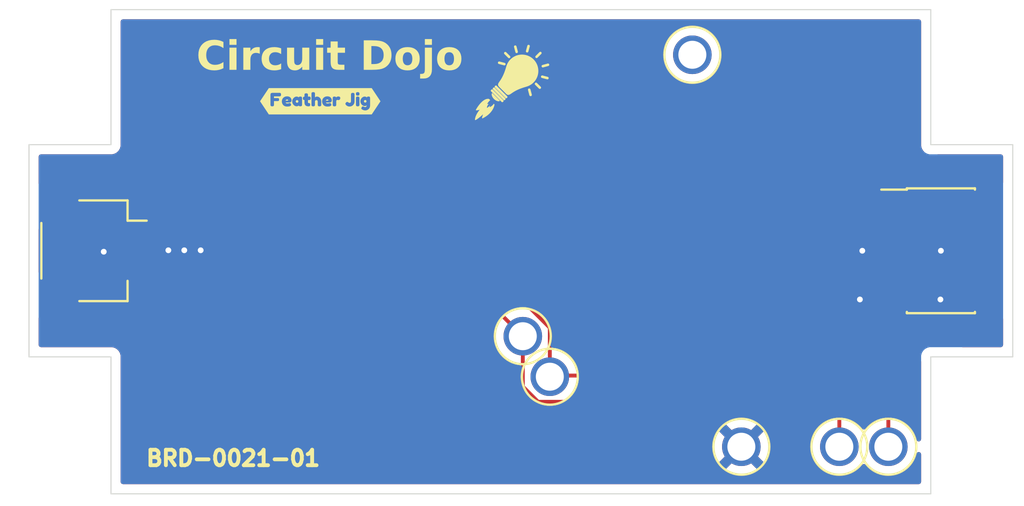
<source format=kicad_pcb>
(kicad_pcb (version 20240108) (generator "pcbnew") (generator_version "8.0")
  (layers (0 "F.Cu" signal) (31 "B.Cu" signal) (34 "B.Paste" user) (35 "F.Paste" user) (36 "B.SilkS" user "B.Silkscreen") (37 "F.SilkS" user "F.Silkscreen") (38 "B.Mask" user) (39 "F.Mask" user) (44 "Edge.Cuts" user))
  (net 0 "")
  (net 1 "/SWDIO")
  (net 2 "GND")
  (net 3 "/SWCLK")
  (net 4 "VCC")
  (net 5 "+BATT")
  (net 7 "/nRST")
  (footprint "Connector_JST:JST_SH_SM03B-SRSS-TB_1x03-1MP_P1.00mm_Horizontal" (layer "F.Cu") (at 131.125 101.3 -90)
    (property "Reference" "J1" (hide yes))
    (property "Value" "SM03B-SRSS-TB")
  )
  (footprint "TestPoint:TestPoint_THTPad_D2.5mm_Drill1.2mm" (layer "F.Cu") (at 172.35 111.46)
    (property "Reference" "J8" (hide yes))
    (property "Value" "Conn_01x01_Pin")
  )
  (footprint "TestPoint:TestPoint_THTPad_D2.5mm_Drill1.2mm" (layer "F.Cu") (at 153.4 105.73)
    (property "Reference" "J5" (hide yes))
    (property "Value" "Conn_01x01_Pin")
  )
  (footprint "TestPoint:TestPoint_THTPad_D2.5mm_Drill1.2mm" (layer "F.Cu") (at 164.73 111.46)
    (property "Reference" "J6" (hide yes))
    (property "Value" "Conn_01x01_Pin" (hide yes))
  )
  (footprint "TestPoint:TestPoint_THTPad_D2.5mm_Drill1.2mm" (layer "F.Cu") (at 154.8 107.83)
    (property "Reference" "J4" (hide yes))
    (property "Value" "Conn_01x01_Pin")
  )
  (footprint "Circuit Dojo:PinHeader_2x05_P1.27mm_Vertical_SMD" (layer "F.Cu") (at 175.075 101.3)
    (property "Reference" "J2" (hide yes))
    (property "Value" "Conn_ARM_JTAG_SWD_10" (hide yes))
  )
  (footprint "TestPoint:TestPoint_THTPad_D2.5mm_Drill1.2mm" (layer "F.Cu") (at 162.19 91.14)
    (property "Reference" "J7" (hide yes))
    (property "Value" "Conn_01x01_Pin")
  )
  (footprint "Fiducial:Fiducial_1mm_Mask2mm" (layer "F.Cu") (at 133.95 109.8)
    (property "Reference" "FID2" (hide yes))
    (property "Value" "Fiducial_1mm_Mask2mm" (hide yes))
  )
  (footprint "Fiducial:Fiducial_1mm_Mask2mm" (layer "F.Cu") (at 172.225 90.975)
    (property "Reference" "FID1" (hide yes))
    (property "Value" "Fiducial_1mm_Mask2mm" (hide yes))
  )
  (footprint "TestPoint:TestPoint_THTPad_D2.5mm_Drill1.2mm" (layer "F.Cu") (at 169.81 111.46)
    (property "Reference" "J3" (hide yes))
    (property "Value" "Conn_01x01_Pin")
  )
  (footprint "kibuzzard-66C4ED28" (layer "F.Cu") (at 142.9 93.55)
    (property "Reference" "kibuzzard-66C4ED28" (hide yes))
    (property "Value" "G***" (hide yes))
  )
  (gr_poly (pts (xy 152.604262 93.328569) (xy 152.604086 93.326077) (xy 152.60379 93.323573) (xy 152.603375 93.321063) (xy 152.602843 93.318552) (xy 152.602193 93.316043) (xy 152.601425 93.313541) (xy 152.600541 93.311052) (xy 152.59954 93.30858) (xy 152.598424 93.306128) (xy 152.597192 93.303703) (xy 152.595846 93.301308) (xy 152.594385 93.298949) (xy 152.592809 93.296629) (xy 152.591121 93.294354) (xy 152.589319 93.292128) (xy 152.587405 93.289956) (xy 152.585379 93.287843) (xy 152.048098 92.750562) (xy 152.045984 92.748535) (xy 152.043811 92.74662) (xy 152.041585 92.744818) (xy 152.03931 92.743129) (xy 152.03699 92.741554) (xy 152.034631 92.740093) (xy 152.032237 92.738746) (xy 152.029812 92.737514) (xy 152.027361 92.736398) (xy 152.024889 92.735397) (xy 152.0224 92.734513) (xy 152.019899 92.733745) (xy 152.017391 92.733095) (xy 152.01488 92.732563) (xy 152.01237 92.732149) (xy 152.009868 92.731853) (xy 152.007376 92.731677) (xy 152.0049 92.73162) (xy 152.002444 92.731684) (xy 152.000014 92.731868) (xy 151.997612 92.732172) (xy 151.995246 92.732598) (xy 151.992917 92.733147) (xy 151.990633 92.733817) (xy 151.988396 92.73461) (xy 151.986212 92.735527) (xy 151.984085 92.736567) (xy 151.982021 92.737732) (xy 151.980023 92.739021) (xy 151.978096 92.740435) (xy 151.976244 92.741975) (xy 151.974473 92.743641) (xy 151.952277 92.765837) (xy 151.95061 92.767608) (xy 151.94907 92.769458) (xy 151.947655 92.771385) (xy 151.946364 92.773383) (xy 151.945199 92.775448) (xy 151.944158 92.777574) (xy 151.94324 92.779758) (xy 151.942446 92.781995) (xy 151.941774 92.78428) (xy 151.941225 92.786608) (xy 151.940798 92.788976) (xy 151.940492 92.791377) (xy 151.940307 92.793808) (xy 151.940243 92.796264) (xy 151.940298 92.798741) (xy 151.940474 92.801233) (xy 151.940768 92.803737) (xy 151.941181 92.806247) (xy 151.941713 92.808759) (xy 151.942362 92.811268) (xy 151.943129 92.813769) (xy 151.944012 92.816259) (xy 151.945012 92.818732) (xy 151.946128 92.821184) (xy 151.94736 92.82361) (xy 151.948706 92.826005) (xy 151.950167 92.828365) (xy 151.951743 92.830685) (xy 151.953432 92.832961) (xy 151.955234 92.835188) (xy 151.957149 92.837361) (xy 151.959177 92.839476) (xy 152.496458 93.376757) (xy 152.498571 93.378783) (xy 152.500744 93.380697) (xy 152.50297 93.382499) (xy 152.505245 93.384187) (xy 152.507565 93.385762) (xy 152.509925 93.387223) (xy 152.51232 93.388569) (xy 152.514745 93.389801) (xy 152.517197 93.390917) (xy 152.51967 93.391917) (xy 152.52216 93.392801) (xy 152.524663 93.393568) (xy 152.527172 93.394217) (xy 152.529685 93.394749) (xy 152.532195 93.395163) (xy 152.5347 93.395458) (xy 152.537193 93.395634) (xy 152.53967 93.395691) (xy 152.542127 93.395627) (xy 152.54456 93.395443) (xy 152.546962 93.395138) (xy 152.54933 93.394711) (xy 152.55166 93.394163) (xy 152.553946 93.393492) (xy 152.556184 93.392698) (xy 152.558369 93.391781) (xy 152.560496 93.390741) (xy 152.562562 93.389576) (xy 152.564561 93.388286) (xy 152.566488 93.386871) (xy 152.56834 93.385331) (xy 152.570111 93.383664) (xy 152.592307 93.361474) (xy 152.593972 93.359704) (xy 152.595512 93.357853) (xy 152.596925 93.355927) (xy 152.598214 93.353929) (xy 152.599377 93.351864) (xy 152.600417 93.349737) (xy 152.601333 93.347553) (xy 152.602126 93.345316) (xy 152.602796 93.343031) (xy 152.603343 93.340702) (xy 152.603769 93.338335) (xy 152.604073 93.335933) (xy 152.604256 93.333502) (xy 152.604319 93.331046)) (stroke (width -0.000001)) (fill solid) (layer "F.SilkS"))
  (gr_poly (pts (xy 152.719022 91.25009) (xy 152.718918 91.248633) (xy 152.718746 91.247181) (xy 152.718503 91.245737) (xy 152.718191 91.244305) (xy 152.717809 91.242885) (xy 152.717357 91.241482) (xy 152.716836 91.240098) (xy 152.716245 91.238736) (xy 152.715584 91.237398) (xy 152.714854 91.236087) (xy 152.714054 91.234806) (xy 152.713184 91.233557) (xy 152.712245 91.232343) (xy 152.711235 91.231168) (xy 152.710156 91.230033) (xy 152.514195 91.034072) (xy 152.51306 91.032992) (xy 152.511883 91.031981) (xy 152.510669 91.031041) (xy 152.50942 91.03017) (xy 152.508139 91.029369) (xy 152.506827 91.028638) (xy 152.505489 91.027976) (xy 152.504127 91.027385) (xy 152.502743 91.026863) (xy 152.501339 91.026411) (xy 152.49992 91.026029) (xy 152.498487 91.025717) (xy 152.497044 91.025474) (xy 152.495592 91.025301) (xy 152.494135 91.025198) (xy 152.492675 91.025164) (xy 152.491215 91.0252) (xy 152.489758 91.025306) (xy 152.488306 91.025482) (xy 152.486862 91.025727) (xy 152.485429 91.026042) (xy 152.48401 91.026426) (xy 152.482606 91.02688) (xy 152.481222 91.027404) (xy 152.479859 91.027998) (xy 152.47852 91.028661) (xy 152.477209 91.029393) (xy 152.475927 91.030195) (xy 152.474677 91.031067) (xy 152.473463 91.032009) (xy 152.472286 91.033019) (xy 152.471149 91.0341) (xy 152.470069 91.035236) (xy 152.469058 91.036412) (xy 152.468117 91.037626) (xy 152.467245 91.038875) (xy 152.466443 91.040157) (xy 152.46571 91.041468) (xy 152.465047 91.042807) (xy 152.464454 91.044169) (xy 152.46393 91.045554) (xy 152.463476 91.046957) (xy 152.463091 91.048376) (xy 152.462776 91.049809) (xy 152.462531 91.051253) (xy 152.462355 91.052705) (xy 152.462249 91.054162) (xy 152.462213 91.055622) (xy 152.462246 91.057082) (xy 152.462349 91.058539) (xy 152.462522 91.059991) (xy 152.462764 91.061434) (xy 152.463076 91.062867) (xy 152.463458 91.064286) (xy 152.46391 91.065689) (xy 152.464431 91.067073) (xy 152.465022 91.068436) (xy 152.465683 91.069774) (xy 152.466414 91.071085) (xy 152.467214 91.072366) (xy 152.468085 91.073615) (xy 152.469025 91.074828) (xy 152.470034 91.076004) (xy 152.471114 91.077139) (xy 152.667082 91.273114) (xy 152.668217 91.274193) (xy 152.669393 91.275202) (xy 152.670606 91.276142) (xy 152.671855 91.277011) (xy 152.673136 91.277811) (xy 152.674447 91.278541) (xy 152.675785 91.279202) (xy 152.677147 91.279793) (xy 152.67853 91.280314) (xy 152.679933 91.280765) (xy 152.681352 91.281147) (xy 152.682785 91.281459) (xy 152.684228 91.281701) (xy 152.68568 91.281874) (xy 152.687137 91.281977) (xy 152.688596 91.28201) (xy 152.690056 91.281974) (xy 152.691513 91.281868) (xy 152.692965 91.281692) (xy 152.694409 91.281447) (xy 152.695841 91.281132) (xy 152.697261 91.280748) (xy 152.698664 91.280294) (xy 152.700049 91.279771) (xy 152.701411 91.279177) (xy 152.70275 91.278515) (xy 152.704062 91.277783) (xy 152.705344 91.276981) (xy 152.706593 91.27611) (xy 152.707808 91.275169) (xy 152.708985 91.274159) (xy 152.710121 91.273079) (xy 152.711201 91.271942) (xy 152.712212 91.270766) (xy 152.713154 91.269551) (xy 152.714025 91.268301) (xy 152.714827 91.267019) (xy 152.71556 91.265707) (xy 152.716223 91.264368) (xy 152.716816 91.263005) (xy 152.717339 91.26162) (xy 152.717793 91.260217) (xy 152.718178 91.258797) (xy 152.718493 91.257364) (xy 152.718738 91.25592) (xy 152.718913 91.254468) (xy 152.719019 91.25301) (xy 152.719055 91.25155)) (stroke (width -0.000001)) (fill solid) (layer "F.SilkS"))
  (gr_poly (pts (xy 153.109608 90.985636) (xy 153.109485 90.984119) (xy 153.109284 90.982597) (xy 153.109003 90.981074) (xy 153.108643 90.97955) (xy 153.037812 90.71151) (xy 153.037375 90.710007) (xy 153.036867 90.708544) (xy 153.036292 90.707123) (xy 153.035651 90.705743) (xy 153.034946 90.704408) (xy 153.034181 90.703118) (xy 153.033358 90.701874) (xy 153.032478 90.700679) (xy 153.031545 90.699532) (xy 153.03056 90.698437) (xy 153.029526 90.697393) (xy 153.028445 90.696403) (xy 153.027319 90.695467) (xy 153.026152 90.694587) (xy 153.024945 90.693765) (xy 153.0237 90.693002) (xy 153.02242 90.692299) (xy 153.021108 90.691658) (xy 153.019765 90.691079) (xy 153.018394 90.690564) (xy 153.016998 90.690116) (xy 153.015578 90.689734) (xy 153.014137 90.68942) (xy 153.012677 90.689177) (xy 153.011201 90.689004) (xy 153.009711 90.688904) (xy 153.008209 90.688877) (xy 153.006698 90.688926) (xy 153.00518 90.689051) (xy 153.003658 90.689254) (xy 153.002133 90.689536) (xy 153.000608 90.689899) (xy 152.999103 90.690339) (xy 152.997639 90.690849) (xy 152.996215 90.691426) (xy 152.994834 90.69207) (xy 152.993497 90.692776) (xy 152.992205 90.693543) (xy 152.99096 90.694368) (xy 152.989762 90.69525) (xy 152.988614 90.696185) (xy 152.987517 90.697171) (xy 152.986471 90.698207) (xy 152.985479 90.699289) (xy 152.984542 90.700415) (xy 152.983661 90.701584) (xy 152.982837 90.702792) (xy 152.982072 90.704037) (xy 152.981367 90.705317) (xy 152.980724 90.70663) (xy 152.980144 90.707973) (xy 152.979628 90.709345) (xy 152.979177 90.710741) (xy 152.978794 90.712161) (xy 152.978479 90.713602) (xy 152.978233 90.715061) (xy 152.978059 90.716537) (xy 152.977957 90.718027) (xy 152.977928 90.719528) (xy 152.977975 90.721038) (xy 152.978098 90.722555) (xy 152.978299 90.724076) (xy 152.97858 90.7256) (xy 152.97894 90.727124) (xy 153.049771 90.995171) (xy 153.050055 90.996171) (xy 153.050371 90.997154) (xy 153.050717 90.99812) (xy 153.051092 90.999068) (xy 153.051496 90.999997) (xy 153.051929 91.000908) (xy 153.052389 91.0018) (xy 153.052876 91.002672) (xy 153.05339 91.003524) (xy 153.053929 91.004356) (xy 153.054492 91.005166) (xy 153.05508 91.005955) (xy 153.055692 91.006722) (xy 153.056326 91.007467) (xy 153.056982 91.008189) (xy 153.057659 91.008887) (xy 153.059086 91.010226) (xy 153.060594 91.011468) (xy 153.062177 91.012608) (xy 153.063828 91.013645) (xy 153.065544 91.014575) (xy 153.067317 91.015394) (xy 153.069142 91.016099) (xy 153.071014 91.016687) (xy 153.072926 91.017155) (xy 153.074874 91.017499) (xy 153.076851 91.017716) (xy 153.078852 91.017803) (xy 153.080872 91.017756) (xy 153.082903 91.017573) (xy 153.084942 91.017249) (xy 153.086982 91.016782) (xy 153.088487 91.016342) (xy 153.089951 91.015831) (xy 153.091375 91.015253) (xy 153.092756 91.014609) (xy 153.094093 91.013902) (xy 153.095384 91.013135) (xy 153.09663 91.012309) (xy 153.097827 91.011427) (xy 153.098975 91.010492) (xy 153.100072 91.009505) (xy 153.101117 91.008469) (xy 153.102109 91.007387) (xy 153.103046 91.00626) (xy 153.103926 91.005092) (xy 153.10475 91.003883) (xy 153.105514 91.002638) (xy 153.106219 91.001357) (xy 153.106862 91.000044) (xy 153.107442 90.998701) (xy 153.107957 90.99733) (xy 153.108408 90.995933) (xy 153.108791 90.994513) (xy 153.109106 90.993072) (xy 153.109351 90.991613) (xy 153.109525 90.990137) (xy 153.109627 90.988647) (xy 153.109655 90.987146)) (stroke (width -0.000001)) (fill solid) (layer "F.SilkS"))
  (gr_poly (pts (xy 152.503702 93.429124) (xy 152.503527 93.42663) (xy 152.503233 93.424125) (xy 152.502821 93.421613) (xy 152.50229 93.4191) (xy 152.501641 93.416589) (xy 152.500875 93.414086) (xy 152.499992 93.411595) (xy 152.498992 93.409121) (xy 152.497877 93.406668) (xy 152.496646 93.404242) (xy 152.495301 93.401846) (xy 152.49384 93.399486) (xy 152.492266 93.397165) (xy 152.490578 93.39489) (xy 152.488777 93.392663) (xy 152.486863 93.390491) (xy 152.484836 93.388377) (xy 151.947563 92.851104) (xy 151.945448 92.849076) (xy 151.943276 92.847161) (xy 151.941049 92.845359) (xy 151.938773 92.843671) (xy 151.936453 92.842096) (xy 151.934092 92.840635) (xy 151.931697 92.839289) (xy 151.929271 92.838058) (xy 151.926818 92.836943) (xy 151.924345 92.835944) (xy 151.921855 92.835061) (xy 151.919352 92.834295) (xy 151.916842 92.833646) (xy 151.914329 92.833116) (xy 151.911818 92.832703) (xy 151.909314 92.832409) (xy 151.90682 92.832235) (xy 151.904342 92.832179) (xy 151.901885 92.832244) (xy 151.899452 92.83243) (xy 151.897049 92.832736) (xy 151.894681 92.833164) (xy 151.892351 92.833713) (xy 151.890065 92.834385) (xy 151.887826 92.835179) (xy 151.885641 92.836096) (xy 151.883513 92.837137) (xy 151.881447 92.838302) (xy 151.879448 92.839591) (xy 151.877519 92.841006) (xy 151.875667 92.842545) (xy 151.873896 92.844211) (xy 151.851692 92.866407) (xy 151.850029 92.868176) (xy 151.848492 92.870025) (xy 151.847081 92.87195) (xy 151.845794 92.873946) (xy 151.844631 92.876009) (xy 151.843593 92.878134) (xy 151.842678 92.880317) (xy 151.841886 92.882552) (xy 151.841216 92.884836) (xy 151.840669 92.887164) (xy 151.840243 92.88953) (xy 151.839939 92.891931) (xy 151.839756 92.894361) (xy 151.839693 92.896816) (xy 151.83975 92.899292) (xy 151.839926 92.901784) (xy 151.840221 92.904287) (xy 151.840635 92.906796) (xy 151.841168 92.909307) (xy 151.841818 92.911816) (xy 151.842585 92.914317) (xy 151.843469 92.916806) (xy 151.844469 92.919278) (xy 151.845585 92.92173) (xy 151.846817 92.924155) (xy 151.848164 92.92655) (xy 151.849625 92.928909) (xy 151.851201 92.931229) (xy 151.85289 92.933505) (xy 151.854692 92.935731) (xy 151.856607 92.937904) (xy 151.858635 92.940018) (xy 152.395922 93.477306) (xy 152.398035 93.479331) (xy 152.400207 93.481245) (xy 152.402432 93.483046) (xy 152.404707 93.484734) (xy 152.407026 93.486309) (xy 152.409385 93.487769) (xy 152.41178 93.489116) (xy 152.414205 93.490347) (xy 152.416656 93.491463) (xy 152.419128 93.492464) (xy 152.421617 93.493348) (xy 152.424118 93.494115) (xy 152.426627 93.494766) (xy 152.429138 93.495298) (xy 152.431648 93.495713) (xy 152.434151 93.496009) (xy 152.436643 93.496186) (xy 152.439119 93.496244) (xy 152.441575 93.496181) (xy 152.444006 93.495999) (xy 152.446407 93.495695) (xy 152.448774 93.49527) (xy 152.451102 93.494723) (xy 152.453386 93.494055) (xy 152.455622 93.493263) (xy 152.457805 93.492348) (xy 152.45993 93.49131) (xy 152.461994 93.490148) (xy 152.46399 93.488861) (xy 152.465916 93.487449) (xy 152.467765 93.485911) (xy 152.469533 93.484248) (xy 152.491722 93.462051) (xy 152.493389 93.46028) (xy 152.49493 93.458429) (xy 152.496345 93.456501) (xy 152.497635 93.454502) (xy 152.4988 93.452436) (xy 152.499842 93.450308) (xy 152.500759 93.448122) (xy 152.501554 93.445884) (xy 152.502225 93.443597) (xy 152.502775 93.441266) (xy 152.503202 93.438897) (xy 152.503508 93.436494) (xy 152.503693 93.434061) (xy 152.503758 93.431603)) (stroke (width -0.000001)) (fill solid) (layer "F.SilkS"))
  (gr_poly (pts (xy 152.719022 91.25009) (xy 152.718918 91.248633) (xy 152.718746 91.247181) (xy 152.718503 91.245737) (xy 152.718191 91.244305) (xy 152.717809 91.242885) (xy 152.717357 91.241482) (xy 152.716836 91.240098) (xy 152.716245 91.238736) (xy 152.715584 91.237398) (xy 152.714854 91.236087) (xy 152.714054 91.234806) (xy 152.713184 91.233557) (xy 152.712245 91.232343) (xy 152.711235 91.231168) (xy 152.710156 91.230033) (xy 152.514195 91.034072) (xy 152.51306 91.032992) (xy 152.511883 91.031981) (xy 152.510669 91.031041) (xy 152.50942 91.03017) (xy 152.508139 91.029369) (xy 152.506827 91.028638) (xy 152.505489 91.027976) (xy 152.504127 91.027385) (xy 152.502743 91.026863) (xy 152.501339 91.026411) (xy 152.49992 91.026029) (xy 152.498487 91.025717) (xy 152.497044 91.025474) (xy 152.495592 91.025301) (xy 152.494135 91.025198) (xy 152.492675 91.025164) (xy 152.491215 91.0252) (xy 152.489758 91.025306) (xy 152.488306 91.025482) (xy 152.486862 91.025727) (xy 152.485429 91.026042) (xy 152.48401 91.026426) (xy 152.482606 91.02688) (xy 152.481222 91.027404) (xy 152.479859 91.027998) (xy 152.47852 91.028661) (xy 152.477209 91.029393) (xy 152.475927 91.030195) (xy 152.474677 91.031067) (xy 152.473463 91.032009) (xy 152.472286 91.033019) (xy 152.471149 91.0341) (xy 152.470069 91.035236) (xy 152.469058 91.036412) (xy 152.468117 91.037626) (xy 152.467245 91.038875) (xy 152.466443 91.040157) (xy 152.46571 91.041468) (xy 152.465047 91.042807) (xy 152.464454 91.044169) (xy 152.46393 91.045554) (xy 152.463476 91.046957) (xy 152.463091 91.048376) (xy 152.462776 91.049809) (xy 152.462531 91.051253) (xy 152.462355 91.052705) (xy 152.462249 91.054162) (xy 152.462213 91.055622) (xy 152.462246 91.057082) (xy 152.462349 91.058539) (xy 152.462522 91.059991) (xy 152.462764 91.061434) (xy 152.463076 91.062867) (xy 152.463458 91.064286) (xy 152.46391 91.065689) (xy 152.464431 91.067073) (xy 152.465022 91.068436) (xy 152.465683 91.069774) (xy 152.466414 91.071085) (xy 152.467214 91.072366) (xy 152.468085 91.073615) (xy 152.469025 91.074828) (xy 152.470034 91.076004) (xy 152.471114 91.077139) (xy 152.667082 91.273114) (xy 152.668217 91.274193) (xy 152.669393 91.275202) (xy 152.670606 91.276142) (xy 152.671855 91.277011) (xy 152.673136 91.277811) (xy 152.674447 91.278541) (xy 152.675785 91.279202) (xy 152.677147 91.279793) (xy 152.67853 91.280314) (xy 152.679933 91.280765) (xy 152.681352 91.281147) (xy 152.682785 91.281459) (xy 152.684228 91.281701) (xy 152.68568 91.281874) (xy 152.687137 91.281977) (xy 152.688596 91.28201) (xy 152.690056 91.281974) (xy 152.691513 91.281868) (xy 152.692965 91.281692) (xy 152.694409 91.281447) (xy 152.695841 91.281132) (xy 152.697261 91.280748) (xy 152.698664 91.280294) (xy 152.700049 91.279771) (xy 152.701411 91.279177) (xy 152.70275 91.278515) (xy 152.704062 91.277783) (xy 152.705344 91.276981) (xy 152.706593 91.27611) (xy 152.707808 91.275169) (xy 152.708985 91.274159) (xy 152.710121 91.273079) (xy 152.711201 91.271942) (xy 152.712212 91.270766) (xy 152.713154 91.269551) (xy 152.714025 91.268301) (xy 152.714827 91.267019) (xy 152.71556 91.265707) (xy 152.716223 91.264368) (xy 152.716816 91.263005) (xy 152.717339 91.26162) (xy 152.717793 91.260217) (xy 152.718178 91.258797) (xy 152.718493 91.257364) (xy 152.718738 91.25592) (xy 152.718913 91.254468) (xy 152.719019 91.25301) (xy 152.719055 91.25155)) (stroke (width 0.070555) (color 246 171 27 1)) (fill solid) (layer "F.SilkS"))
  (gr_poly (pts (xy 153.91859 92.125166) (xy 153.918345 92.123151) (xy 153.918001 92.121172) (xy 153.917562 92.119231) (xy 153.917029 92.117331) (xy 153.916407 92.115474) (xy 153.915697 92.113663) (xy 153.914902 92.111898) (xy 153.914025 92.110184) (xy 153.913069 92.108521) (xy 153.912036 92.106912) (xy 153.910929 92.10536) (xy 153.909752 92.103867) (xy 153.908506 92.102434) (xy 153.907194 92.101065) (xy 153.905819 92.099761) (xy 153.904384 92.098524) (xy 153.902892 92.097358) (xy 153.901345 92.096263) (xy 153.899746 92.095243) (xy 153.898098 92.0943) (xy 153.896404 92.093435) (xy 153.894665 92.092651) (xy 153.892886 92.091951) (xy 153.891068 92.091336) (xy 153.889214 92.09081) (xy 153.887328 92.090373) (xy 153.885412 92.090028) (xy 153.883468 92.089778) (xy 153.881499 92.089625) (xy 153.879509 92.089571) (xy 153.877499 92.089618) (xy 153.875473 92.089768) (xy 153.873456 92.090017) (xy 153.871475 92.090364) (xy 153.869532 92.090806) (xy 153.867629 92.09134) (xy 153.86577 92.091964) (xy 153.863955 92.092674) (xy 153.862188 92.093469) (xy 153.86047 92.094346) (xy 153.858804 92.095302) (xy 153.857193 92.096333) (xy 153.855638 92.097439) (xy 153.854141 92.098615) (xy 153.852705 92.099859) (xy 153.851333 92.101169) (xy 153.850026 92.102541) (xy 153.848787 92.103974) (xy 153.847617 92.105464) (xy 153.84652 92.107008) (xy 153.845498 92.108605) (xy 153.844552 92.110251) (xy 153.843685 92.111943) (xy 153.8429 92.113679) (xy 153.842198 92.115457) (xy 153.841581 92.117273) (xy 153.841053 92.119125) (xy 153.840615 92.12101) (xy 153.84027 92.122925) (xy 153.84002 92.124868) (xy 153.839867 92.126836) (xy 153.839813 92.128827) (xy 153.839861 92.130837) (xy 153.840012 92.132864) (xy 153.840721 92.142681) (xy 153.841007 92.156041) (xy 153.84042 92.172479) (xy 153.83851 92.19153) (xy 153.834828 92.212729) (xy 153.828922 92.235609) (xy 153.824996 92.247535) (xy 153.820344 92.259706) (xy 153.814912 92.272065) (xy 153.808643 92.284554) (xy 153.801481 92.297114) (xy 153.793369 92.309687) (xy 153.784252 92.322216) (xy 153.774073 92.334641) (xy 153.762775 92.346905) (xy 153.750303 92.35895) (xy 153.7366 92.370717) (xy 153.721611 92.382148) (xy 153.705278 92.393185) (xy 153.687545 92.40377) (xy 153.668357 92.413845) (xy 153.647657 92.423351) (xy 153.625388 92.43223) (xy 153.601495 92.440425) (xy 153.575921 92.447876) (xy 153.548611 92.454526) (xy 153.546635 92.455018) (xy 153.544708 92.455602) (xy 153.54283 92.456276) (xy 153.541005 92.457037) (xy 153.539233 92.457881) (xy 153.537517 92.458806) (xy 153.535858 92.459808) (xy 153.534259 92.460886) (xy 153.532721 92.462036) (xy 153.531246 92.463254) (xy 153.529837 92.464539) (xy 153.528494 92.465887) (xy 153.52722 92.467296) (xy 153.526017 92.468761) (xy 153.524886 92.470282) (xy 153.52383 92.471853) (xy 153.52285 92.473474) (xy 153.521949 92.475139) (xy 153.521127 92.476848) (xy 153.520388 92.478596) (xy 153.519732 92.480382) (xy 153.519162 92.482201) (xy 153.51868 92.484051) (xy 153.518288 92.485929) (xy 153.517986 92.487833) (xy 153.517779 92.489758) (xy 153.517666 92.491703) (xy 153.51765 92.493665) (xy 153.517734 92.49564) (xy 153.517918 92.497625) (xy 153.518205 92.499618) (xy 153.518596 92.501615) (xy 153.518928 92.503034) (xy 153.519308 92.504428) (xy 153.519736 92.505797) (xy 153.520211 92.507139) (xy 153.520731 92.508455) (xy 153.521295 92.509743) (xy 153.521903 92.511003) (xy 153.522553 92.512235) (xy 153.523244 92.513438) (xy 153.523975 92.514611) (xy 153.524745 92.515754) (xy 153.525554 92.516866) (xy 153.526399 92.517947) (xy 153.52728 92.518996) (xy 153.528195 92.520013) (xy 153.529144 92.520997) (xy 153.530923 92.522668) (xy 153.532798 92.524224) (xy 153.534763 92.525659) (xy 153.536812 92.526972) (xy 153.538939 92.528156) (xy 153.541138 92.52921) (xy 153.543401 92.530128) (xy 153.545723 92.530906) (xy 153.548098 92.531542) (xy 153.550519 92.53203) (xy 153.552979 92.532368) (xy 153.555473 92.53255) (xy 153.557994 92.532573) (xy 153.560536 92.532434) (xy 153.563092 92.532128) (xy 153.565657 92.531651) (xy 153.598875 92.523525) (xy 153.629973 92.514355) (xy 153.65902 92.504214) (xy 153.686085 92.493179) (xy 153.711236 92.481324) (xy 153.734543 92.468724) (xy 153.756075 92.455454) (xy 153.7759 92.441589) (xy 153.794086 92.427203) (xy 153.810704 92.412373) (xy 153.825821 92.397172) (xy 153.839506 92.381676) (xy 153.851829 92.36596) (xy 153.862858 92.350098) (xy 153.872662 92.334166) (xy 153.88131 92.318238) (xy 153.888871 92.30239) (xy 153.895412 92.286696) (xy 153.901004 92.271231) (xy 153.905716 92.256071) (xy 153.91277 92.226963) (xy 153.917127 92.199972) (xy 153.919337 92.175698) (xy 153.919951 92.154738)) (stroke (width -0.000001)) (fill solid) (layer "F.SilkS"))
  (gr_poly (pts (xy 151.813589 93.119396) (xy 151.807713 93.125894) (xy 151.80258 93.132865) (xy 151.79817 93.140283) (xy 151.794466 93.148121) (xy 151.79145 93.156354) (xy 151.789104 93.164955) (xy 151.787409 93.173897) (xy 151.786348 93.183156) (xy 151.785903 93.192704) (xy 151.786055 93.202516) (xy 151.786786 93.212564) (xy 151.788078 93.222824) (xy 151.789914 93.233269) (xy 151.792274 93.243872) (xy 151.795142 93.254607) (xy 151.798498 93.265449) (xy 151.806605 93.287346) (xy 151.816451 93.309354) (xy 151.827891 93.331263) (xy 151.84078 93.352863) (xy 151.854974 93.373945) (xy 151.870327 93.394299) (xy 151.886696 93.413716) (xy 151.903935 93.431986) (xy 151.922208 93.44923) (xy 151.941627 93.465603) (xy 151.961984 93.480961) (xy 151.983068 93.495157) (xy 152.004671 93.508049) (xy 152.026582 93.519491) (xy 152.048592 93.529338) (xy 152.070491 93.537447) (xy 152.092071 93.543672) (xy 152.11312 93.547868) (xy 152.123381 93.54916) (xy 152.13343 93.549892) (xy 152.143242 93.550043) (xy 152.152791 93.549598) (xy 152.16205 93.548536) (xy 152.170993 93.546841) (xy 152.179594 93.544495) (xy 152.187827 93.541478) (xy 152.195666 93.537774) (xy 152.203084 93.533364) (xy 152.210055 93.52823) (xy 152.216553 93.522353)) (stroke (width -0.000001)) (fill solid) (layer "F.SilkS"))
  (gr_poly (pts (xy 154.70572 92.346624) (xy 154.70562 92.345134) (xy 154.705448 92.343658) (xy 154.705205 92.342198) (xy 154.704892 92.340757) (xy 154.70451 92.339338) (xy 154.704062 92.337942) (xy 154.703547 92.336571) (xy 154.702968 92.335229) (xy 154.702327 92.333917) (xy 154.701623 92.332638) (xy 154.70086 92.331394) (xy 154.700037 92.330187) (xy 154.699157 92.32902) (xy 154.698221 92.327895) (xy 154.69723 92.326814) (xy 154.696186 92.32578) (xy 154.695089 92.324795) (xy 154.693942 92.323862) (xy 154.692746 92.322982) (xy 154.691501 92.322158) (xy 154.690211 92.321392) (xy 154.688874 92.320687) (xy 154.687494 92.320045) (xy 154.686072 92.319468) (xy 154.684608 92.318959) (xy 154.683105 92.31852) (xy 154.415065 92.247689) (xy 154.413541 92.247327) (xy 154.412017 92.247047) (xy 154.410496 92.246845) (xy 154.408979 92.246721) (xy 154.407469 92.246674) (xy 154.405968 92.246702) (xy 154.404479 92.246804) (xy 154.403003 92.246979) (xy 154.401544 92.247224) (xy 154.400104 92.247539) (xy 154.398684 92.247922) (xy 154.397287 92.248373) (xy 154.395916 92.248889) (xy 154.394573 92.249469) (xy 154.393261 92.250112) (xy 154.391981 92.250817) (xy 154.390735 92.251582) (xy 154.389528 92.252406) (xy 154.388359 92.253287) (xy 154.387233 92.254224) (xy 154.386151 92.255216) (xy 154.385115 92.256261) (xy 154.384129 92.257359) (xy 154.383194 92.258507) (xy 154.382312 92.259704) (xy 154.381486 92.260949) (xy 154.380719 92.262241) (xy 154.380013 92.263577) (xy 154.379369 92.264958) (xy 154.378791 92.266381) (xy 154.37828 92.267845) (xy 154.37784 92.269349) (xy 154.377371 92.271388) (xy 154.377046 92.273425) (xy 154.376861 92.275455) (xy 154.376813 92.277473) (xy 154.376898 92.279473) (xy 154.377114 92.281449) (xy 154.377457 92.283396) (xy 154.377923 92.285308) (xy 154.378511 92.28718) (xy 154.379215 92.289005) (xy 154.380034 92.290779) (xy 154.380964 92.292496) (xy 154.382001 92.29415) (xy 154.383143 92.295736) (xy 154.384387 92.297247) (xy 154.385728 92.298679) (xy 154.38643 92.299357) (xy 154.387154 92.300013) (xy 154.3879 92.300647) (xy 154.388669 92.301258) (xy 154.389458 92.301846) (xy 154.390269 92.302409) (xy 154.3911 92.302948) (xy 154.391952 92.30346) (xy 154.392823 92.303947) (xy 154.393714 92.304406) (xy 154.394624 92.304838) (xy 154.395553 92.305241) (xy 154.396501 92.305614) (xy 154.397466 92.305958) (xy 154.39845 92.306271) (xy 154.399451 92.306553) (xy 154.667491 92.377384) (xy 154.669014 92.377745) (xy 154.670537 92.378025) (xy 154.672058 92.378226) (xy 154.673575 92.37835) (xy 154.675085 92.378397) (xy 154.676586 92.378369) (xy 154.678075 92.378267) (xy 154.679551 92.378093) (xy 154.68101 92.377847) (xy 154.682451 92.377532) (xy 154.683871 92.377149) (xy 154.685267 92.376699) (xy 154.686638 92.376184) (xy 154.687982 92.375604) (xy 154.689295 92.374961) (xy 154.690575 92.374257) (xy 154.691821 92.373492) (xy 154.693029 92.372669) (xy 154.694198 92.371788) (xy 154.695324 92.370852) (xy 154.696407 92.36986) (xy 154.697442 92.368816) (xy 154.698429 92.367719) (xy 154.699364 92.366571) (xy 154.700246 92.365374) (xy 154.701071 92.36413) (xy 154.701839 92.362838) (xy 154.702545 92.361502) (xy 154.703188 92.360121) (xy 154.703766 92.358699) (xy 154.704276 92.357234) (xy 154.704716 92.355731) (xy 154.705081 92.354204) (xy 154.705365 92.352679) (xy 154.705569 92.351155) (xy 154.705696 92.349637) (xy 154.705745 92.348125)) (stroke (width -0.000001)) (fill solid) (layer "F.SilkS"))
  (gr_poly (pts (xy 154.736525 91.656248) (xy 154.736389 91.654731) (xy 154.736175 91.65321) (xy 154.735881 91.651687) (xy 154.735506 91.650164) (xy 154.735058 91.648666) (xy 154.73454 91.647208) (xy 154.733955 91.645791) (xy 154.733304 91.644417) (xy 154.732591 91.643087) (xy 154.731817 91.641803) (xy 154.730985 91.640566) (xy 154.730097 91.639377) (xy 154.729155 91.638238) (xy 154.728162 91.63715) (xy 154.727121 91.636114) (xy 154.726033 91.635132) (xy 154.724902 91.634204) (xy 154.723728 91.633333) (xy 154.722515 91.63252) (xy 154.721265 91.631766) (xy 154.719981 91.631072) (xy 154.718664 91.63044) (xy 154.717318 91.629872) (xy 154.715943 91.629367) (xy 154.714544 91.628929) (xy 154.713122 91.628557) (xy 154.711679 91.628255) (xy 154.710218 91.628022) (xy 154.708742 91.62786) (xy 154.707252 91.627771) (xy 154.70575 91.627756) (xy 154.704241 91.627816) (xy 154.702724 91.627952) (xy 154.701204 91.628167) (xy 154.699682 91.628461) (xy 154.698161 91.628835) (xy 154.430558 91.701959) (xy 154.429056 91.702411) (xy 154.427595 91.702932) (xy 154.426175 91.703521) (xy 154.424799 91.704174) (xy 154.423467 91.704891) (xy 154.42218 91.705667) (xy 154.420941 91.706502) (xy 154.419749 91.707392) (xy 154.418608 91.708336) (xy 154.417518 91.70933) (xy 154.41648 91.710373) (xy 154.415496 91.711462) (xy 154.414567 91.712595) (xy 154.413695 91.71377) (xy 154.41288 91.714984) (xy 154.412124 91.716234) (xy 154.41143 91.717519) (xy 154.410796 91.718837) (xy 154.410226 91.720184) (xy 154.409721 91.721559) (xy 154.409282 91.722959) (xy 154.408909 91.724381) (xy 154.408606 91.725824) (xy 154.408372 91.727286) (xy 154.408209 91.728763) (xy 154.408119 91.730253) (xy 154.408103 91.731755) (xy 154.408163 91.733265) (xy 154.408299 91.734782) (xy 154.408512 91.736302) (xy 154.408806 91.737825) (xy 154.40918 91.739347) (xy 154.409465 91.740332) (xy 154.40978 91.741299) (xy 154.410124 91.74225) (xy 154.410497 91.743182) (xy 154.410898 91.744096) (xy 154.411327 91.744992) (xy 154.411782 91.745868) (xy 154.412264 91.746726) (xy 154.412771 91.747564) (xy 154.413303 91.748381) (xy 154.413859 91.749179) (xy 154.414439 91.749956) (xy 154.415042 91.750712) (xy 154.415668 91.751447) (xy 154.416315 91.75216) (xy 154.416983 91.752851) (xy 154.418425 91.754201) (xy 154.419948 91.755451) (xy 154.421546 91.756599) (xy 154.423213 91.757641) (xy 154.424945 91.758574) (xy 154.426733 91.759394) (xy 154.428574 91.760099) (xy 154.430462 91.760684) (xy 154.43239 91.761148) (xy 154.434353 91.761486) (xy 154.436345 91.761695) (xy 154.43836 91.761773) (xy 154.440393 91.761715) (xy 154.442437 91.761518) (xy 154.444488 91.76118) (xy 154.446539 91.760697) (xy 154.714121 91.687551) (xy 154.715623 91.6871) (xy 154.717085 91.68658) (xy 154.718505 91.685992) (xy 154.719883 91.685339) (xy 154.721215 91.684623) (xy 154.722503 91.683847) (xy 154.723743 91.683012) (xy 154.724934 91.682123) (xy 154.726076 91.68118) (xy 154.727167 91.680185) (xy 154.728205 91.679143) (xy 154.72919 91.678054) (xy 154.730119 91.676921) (xy 154.730992 91.675746) (xy 154.731807 91.674533) (xy 154.732563 91.673282) (xy 154.733258 91.671997) (xy 154.733892 91.670679) (xy 154.734462 91.669332) (xy 154.734967 91.667957) (xy 154.735407 91.666557) (xy 154.735779 91.665134) (xy 154.736083 91.663691) (xy 154.736317 91.662229) (xy 154.736479 91.660752) (xy 154.736569 91.659261) (xy 154.736585 91.657759)) (stroke (width 0.070555) (color 246 171 27 1)) (fill solid) (layer "F.SilkS"))
  (gr_poly (pts (xy 154.204556 91.937225) (xy 154.201646 91.896648) (xy 154.196797 91.856222) (xy 154.19001 91.816022) (xy 154.181283 91.776123) (xy 154.170618 91.736601) (xy 154.158014 91.697531) (xy 154.143471 91.658989) (xy 154.126989 91.621049) (xy 154.108569 91.583787) (xy 154.088209 91.547279) (xy 154.065912 91.511599) (xy 154.041675 91.476823) (xy 154.015501 91.443026) (xy 153.987387 91.410284) (xy 153.957335 91.378672) (xy 153.957335 91.378671) (xy 153.92572 91.348615) (xy 153.892974 91.320496) (xy 153.859174 91.294317) (xy 153.824395 91.270077) (xy 153.788713 91.247775) (xy 153.752201 91.227412) (xy 153.714937 91.208988) (xy 153.676995 91.192504) (xy 153.63845 91.177958) (xy 153.599377 91.165351) (xy 153.559853 91.154683) (xy 153.519952 91.145954) (xy 153.47975 91.139165) (xy 153.439322 91.134314) (xy 153.398743 91.131403) (xy 153.358089 91.130431) (xy 153.317434 91.131398) (xy 153.276855 91.134304) (xy 153.236426 91.139149) (xy 153.196223 91.145934) (xy 153.156322 91.154658) (xy 153.116796 91.165321) (xy 153.077723 91.177924) (xy 153.039176 91.192466) (xy 153.001232 91.208947) (xy 152.963966 91.227368) (xy 152.927452 91.247728) (xy 152.891767 91.270028) (xy 152.856985 91.294267) (xy 152.823183 91.320446) (xy 152.790434 91.348564) (xy 152.758815 91.378622) (xy 152.738835 91.399313) (xy 152.71974 91.42052) (xy 152.701519 91.442216) (xy 152.684162 91.464378) (xy 152.667658 91.486981) (xy 152.651999 91.510002) (xy 152.637172 91.533414) (xy 152.623168 91.557194) (xy 152.609976 91.581317) (xy 152.597587 91.605759) (xy 152.58599 91.630495) (xy 152.575174 91.655501) (xy 152.56513 91.680752) (xy 152.555847 91.706224) (xy 152.547314 91.731892) (xy 152.539522 91.757731) (xy 152.517502 91.832451) (xy 152.495643 91.902211) (xy 152.473918 91.967312) (xy 152.452301 92.028053) (xy 152.430764 92.084734) (xy 152.409281 92.137654) (xy 152.387825 92.187114) (xy 152.36637 92.233413) (xy 152.34489 92.276851) (xy 152.323357 92.317727) (xy 152.301744 92.356342) (xy 152.280026 92.392995) (xy 152.258176 92.427986) (xy 152.236166 92.461614) (xy 152.191563 92.525982) (xy 152.173877 92.551423) (xy 152.15853 92.575051) (xy 152.151729 92.58624) (xy 152.145508 92.597042) (xy 152.139866 92.607478) (xy 152.134799 92.617572) (xy 152.130308 92.627345) (xy 152.126391 92.636818) (xy 152.123045 92.646014) (xy 152.120269 92.654955) (xy 152.118062 92.663663) (xy 152.116422 92.67216) (xy 152.115347 92.680467) (xy 152.114836 92.688608) (xy 152.114887 92.696603) (xy 152.115498 92.704475) (xy 152.116668 92.712246) (xy 152.118396 92.719938) (xy 152.120679 92.727572) (xy 152.123517 92.735172) (xy 152.126906 92.742758) (xy 152.130847 92.750354) (xy 152.135337 92.75798) (xy 152.140375 92.765659) (xy 152.145958 92.773413) (xy 152.152086 92.781263) (xy 152.158757 92.789233) (xy 152.165969 92.797343) (xy 152.18201 92.814075) (xy 152.351971 92.984036) (xy 152.521911 93.153983) (xy 152.538633 93.170016) (xy 152.554705 93.183894) (xy 152.570303 93.195604) (xy 152.577978 93.200641) (xy 152.585601 93.205132) (xy 152.593194 93.209074) (xy 152.600778 93.212465) (xy 152.608375 93.215305) (xy 152.616008 93.217591) (xy 152.623698 93.219321) (xy 152.631468 93.220494) (xy 152.639339 93.221108) (xy 152.645186 93.221147) (xy 152.645186 93.144839) (xy 152.642914 93.144831) (xy 152.640484 93.144652) (xy 152.637871 93.144259) (xy 152.63505 93.14361) (xy 152.631996 93.14266) (xy 152.628685 93.141366) (xy 152.625091 93.139685) (xy 152.62119 93.137574) (xy 152.616956 93.134989) (xy 152.612365 93.131887) (xy 152.607392 93.128224) (xy 152.602012 93.123958) (xy 152.596199 93.119044) (xy 152.58993 93.11344) (xy 152.583179 93.107102) (xy 152.575921 93.099987) (xy 152.405974 92.930047) (xy 152.236013 92.760079) (xy 152.228895 92.75282) (xy 152.222556 92.746067) (xy 152.216951 92.739797) (xy 152.212037 92.733983) (xy 152.207771 92.728602) (xy 152.205867 92.726065) (xy 152.204109 92.723627) (xy 152.202491 92.721284) (xy 152.201008 92.719034) (xy 152.199654 92.716874) (xy 152.198424 92.714799) (xy 152.197313 92.712808) (xy 152.196315 92.710896) (xy 152.195424 92.709061) (xy 152.194635 92.7073) (xy 152.193943 92.70561) (xy 152.193343 92.703987) (xy 152.192828 92.702429) (xy 152.192394 92.700932) (xy 152.191746 92.698109) (xy 152.191354 92.695493) (xy 152.191176 92.693061) (xy 152.191168 92.690786) (xy 152.19139 92.687491) (xy 152.191865 92.684029) (xy 152.192577 92.680415) (xy 152.193512 92.676661) (xy 152.195999 92.668792) (xy 152.199213 92.660531) (xy 152.203042 92.651985) (xy 152.207374 92.643265) (xy 152.212097 92.634478) (xy 152.217099 92.625733) (xy 152.222267 92.61714) (xy 152.227491 92.608806) (xy 152.237654 92.593352) (xy 152.246692 92.580243) (xy 152.253708 92.570348) (xy 152.303695 92.49785) (xy 152.351389 92.422344) (xy 152.39721 92.341555) (xy 152.41955 92.298468) (xy 152.441579 92.253207) (xy 152.46335 92.205488) (xy 152.484916 92.155026) (xy 152.506328 92.101537) (xy 152.52764 92.044736) (xy 152.548904 91.984339) (xy 152.570173 91.920062) (xy 152.612935 91.778729) (xy 152.62057 91.753464) (xy 152.628865 91.728662) (xy 152.637819 91.704326) (xy 152.647427 91.680462) (xy 152.657688 91.657074) (xy 152.668598 91.634168) (xy 152.680155 91.611747) (xy 152.692356 91.589817) (xy 152.705198 91.568383) (xy 152.718679 91.547449) (xy 152.732795 91.52702) (xy 152.747545 91.507101) (xy 152.762925 91.487696) (xy 152.778932 91.468811) (xy 152.795564 91.45045) (xy 152.812819 91.432618) (xy 152.841545 91.405313) (xy 152.871307 91.37977) (xy 152.902036 91.355989) (xy 152.933663 91.333969) (xy 152.966118 91.313711) (xy 152.999334 91.295215) (xy 153.033239 91.278481) (xy 153.067767 91.263509) (xy 153.102847 91.250298) (xy 153.13841 91.23885) (xy 153.174387 91.229163) (xy 153.21071 91.221237) (xy 153.24731 91.215074) (xy 153.284116 91.210672) (xy 153.321061 91.208032) (xy 153.358075 91.207153) (xy 153.395088 91.208036) (xy 153.432033 91.210681) (xy 153.46884 91.215087) (xy 153.50544 91.221255) (xy 153.541763 91.229185) (xy 153.577742 91.238877) (xy 153.613306 91.250329) (xy 153.648386 91.263544) (xy 153.682915 91.27852) (xy 153.716822 91.295258) (xy 153.750038 91.313757) (xy 153.782495 91.334017) (xy 153.814123 91.35604) (xy 153.844854 91.379823) (xy 153.874618 91.405368) (xy 153.903346 91.432675) (xy 153.93065 91.461401) (xy 153.956192 91.491162) (xy 153.979972 91.52189) (xy 154.001991 91.553515) (xy 154.022248 91.585969) (xy 154.040744 91.619183) (xy 154.057478 91.653087) (xy 154.072451 91.687612) (xy 154.085662 91.72269) (xy 154.097112 91.758251) (xy 154.1068 91.794226) (xy 154.114726 91.830547) (xy 154.120891 91.867144) (xy 154.125295 91.903948) (xy 154.127937 91.94089) (xy 154.128817 91.977901) (xy 154.127936 92.014912) (xy 154.125294 92.051854) (xy 154.120889 92.088658) (xy 154.114724 92.125255) (xy 154.106796 92.161576) (xy 154.097107 92.197552) (xy 154.085657 92.233113) (xy 154.072445 92.268191) (xy 154.057471 92.302717) (xy 154.040736 92.336621) (xy 154.02224 92.369835) (xy 154.001981 92.40229) (xy 153.979961 92.433916) (xy 153.95618 92.464644) (xy 153.930637 92.494406) (xy 153.903332 92.523132) (xy 153.885521 92.540368) (xy 153.867178 92.556985) (xy 153.848308 92.572979) (xy 153.828915 92.588349) (xy 153.809004 92.603092) (xy 153.78858 92.617204) (xy 153.767647 92.630684) (xy 153.746211 92.643528) (xy 153.724276 92.655734) (xy 153.701847 92.667299) (xy 153.678929 92.67822) (xy 153.655527 92.688494) (xy 153.631644 92.698119) (xy 153.607287 92.707093) (xy 153.582459 92.715411) (xy 153.557166 92.723072) (xy 153.484278 92.744514) (xy 153.41584 92.765846) (xy 153.351567 92.787119) (xy 153.291174 92.808387) (xy 153.234377 92.829702) (xy 153.180891 92.851116) (xy 153.130433 92.872683) (xy 153.082717 92.894454) (xy 153.037461 92.916483) (xy 152.994378 92.938822) (xy 152.953185 92.961522) (xy 152.913598 92.984638) (xy 152.875332 93.008221) (xy 152.838103 93.032324) (xy 152.765617 93.082299) (xy 152.742623 93.098357) (xy 152.727175 93.108521) (xy 152.710251 93.118914) (xy 152.701507 93.123915) (xy 152.692721 93.128638) (xy 152.684 93.132969) (xy 152.675454 93.136798) (xy 152.667191 93.140011) (xy 152.659319 93.142497) (xy 152.651948 93.144144) (xy 152.648484 93.144617) (xy 152.645186 93.144839) (xy 152.645186 93.221147) (xy 152.647334 93.221162) (xy 152.655474 93.220653) (xy 152.663782 93.219581) (xy 152.672279 93.217943) (xy 152.680988 93.215738) (xy 152.689931 93.212964) (xy 152.699129 93.20962) (xy 152.708605 93.205703) (xy 152.71838 93.201212) (xy 152.738917 93.190502) (xy 152.760918 93.177476) (xy 152.784557 93.162121) (xy 152.81001 93.144423) (xy 152.874377 93.099823) (xy 152.942992 93.055967) (xy 153.018255 93.01264) (xy 153.059128 92.991108) (xy 153.102563 92.969628) (xy 153.148859 92.948173) (xy 153.198316 92.926718) (xy 153.251234 92.905234) (xy 153.307913 92.883695) (xy 153.368652 92.862075) (xy 153.433752 92.840346) (xy 153.503513 92.818483) (xy 153.578233 92.796457) (xy 153.604072 92.788648) (xy 153.629738 92.780103) (xy 153.655208 92.77081) (xy 153.680457 92.760758) (xy 153.705462 92.749939) (xy 153.730196 92.738339) (xy 153.754637 92.72595) (xy 153.778758 92.71276) (xy 153.802537 92.698758) (xy 153.825948 92.683935) (xy 153.848968 92.668279) (xy 153.871571 92.651779) (xy 153.893733 92.634426) (xy 153.915429 92.616208) (xy 153.936636 92.597115) (xy 153.957328 92.577135) (xy 153.987386 92.545516) (xy 154.015505 92.512768) (xy 154.041683 92.478966) (xy 154.065923 92.444185) (xy 154.088222 92.4085) (xy 154.108583 92.371987) (xy 154.127004 92.334722) (xy 154.143486 92.296778) (xy 154.158028 92.258233) (xy 154.170631 92.21916) (xy 154.181295 92.179636) (xy 154.19002 92.139736) (xy 154.196805 92.099535) (xy 154.201651 92.059107) (xy 154.204559 92.01853) (xy 154.205527 91.977877)) (stroke (width -0.000001)) (fill solid) (layer "F.SilkS"))
  (gr_poly (pts (xy 153.728559 90.687363) (xy 153.72847 90.685873) (xy 153.728309 90.684396) (xy 153.728076 90.682934) (xy 153.727773 90.681491) (xy 153.727402 90.680069) (xy 153.726964 90.678669) (xy 153.726459 90.677295) (xy 153.72589 90.675948) (xy 153.725258 90.674631) (xy 153.724564 90.673347) (xy 153.72381 90.672097) (xy 153.722996 90.670884) (xy 153.722125 90.66971) (xy 153.721197 90.668578) (xy 153.720214 90.66749) (xy 153.719177 90.666448) (xy 153.718088 90.665455) (xy 153.716947 90.664512) (xy 153.715757 90.663624) (xy 153.714519 90.662791) (xy 153.713234 90.662015) (xy 153.711903 90.661301) (xy 153.710527 90.660649) (xy 153.709109 90.660062) (xy 153.707649 90.659542) (xy 153.706148 90.659093) (xy 153.704628 90.65872) (xy 153.703108 90.658428) (xy 153.701588 90.658215) (xy 153.700073 90.65808) (xy 153.698564 90.658022) (xy 153.697063 90.658039) (xy 153.695573 90.65813) (xy 153.694097 90.658293) (xy 153.692636 90.658527) (xy 153.691193 90.658832) (xy 153.68977 90.659205) (xy 153.68837 90.659645) (xy 153.686996 90.660151) (xy 153.685648 90.660721) (xy 153.68433 90.661355) (xy 153.683045 90.66205) (xy 153.681794 90.662806) (xy 153.68058 90.663621) (xy 153.679405 90.664493) (xy 153.678271 90.665422) (xy 153.677182 90.666407) (xy 153.676138 90.667445) (xy 153.675144 90.668535) (xy 153.6742 90.669676) (xy 153.67331 90.670868) (xy 153.672475 90.672107) (xy 153.671698 90.673394) (xy 153.670982 90.674726) (xy 153.670328 90.676103) (xy 153.66974 90.677522) (xy 153.669219 90.678984) (xy 153.668768 90.680485) (xy 153.595651 90.948074) (xy 153.595164 90.950125) (xy 153.594823 90.952176) (xy 153.594624 90.954221) (xy 153.594564 90.956254) (xy 153.59464 90.95827) (xy 153.594849 90.960263) (xy 153.595186 90.962226) (xy 153.59565 90.964155) (xy 153.596235 90.966043) (xy 153.596941 90.967884) (xy 153.597762 90.969674) (xy 153.598695 90.971406) (xy 153.599738 90.973073) (xy 153.600887 90.974672) (xy 153.602139 90.976195) (xy 153.60349 90.977637) (xy 153.60418 90.978305) (xy 153.604892 90.978953) (xy 153.605626 90.979578) (xy 153.606382 90.980182) (xy 153.607158 90.980762) (xy 153.607955 90.981319) (xy 153.608773 90.981851) (xy 153.60961 90.982359) (xy 153.610467 90.982841) (xy 153.611342 90.983296) (xy 153.612236 90.983725) (xy 153.613149 90.984126) (xy 153.614079 90.984499) (xy 153.615027 90.984842) (xy 153.615992 90.985156) (xy 153.616973 90.98544) (xy 153.618495 90.985814) (xy 153.620017 90.986106) (xy 153.621538 90.98632) (xy 153.623055 90.986455) (xy 153.624566 90.986514) (xy 153.626067 90.986498) (xy 153.627558 90.986407) (xy 153.629035 90.986244) (xy 153.630497 90.98601) (xy 153.63194 90.985706) (xy 153.633363 90.985334) (xy 153.634764 90.984894) (xy 153.636139 90.984388) (xy 153.637486 90.983818) (xy 153.638804 90.983185) (xy 153.64009 90.98249) (xy 153.641341 90.981735) (xy 153.642555 90.98092) (xy 153.643731 90.980048) (xy 153.644864 90.979119) (xy 153.645954 90.978135) (xy 153.646998 90.977098) (xy 153.647992 90.976008) (xy 153.648937 90.974867) (xy 153.649827 90.973676) (xy 153.650663 90.972437) (xy 153.65144 90.971151) (xy 153.652157 90.969819) (xy 153.652811 90.968443) (xy 153.6534 90.967024) (xy 153.653922 90.965563) (xy 153.654375 90.964062) (xy 153.727491 90.696459) (xy 153.727867 90.694937) (xy 153.728161 90.693414) (xy 153.728376 90.691892) (xy 153.728514 90.690375) (xy 153.728574 90.688865)) (stroke (width 0.070555) (color 246 171 27 1)) (fill solid) (layer "F.SilkS"))
  (gr_poly (pts (xy 152.473201 91.622469) (xy 152.4731 91.620979) (xy 152.472928 91.619504) (xy 152.472684 91.618045) (xy 152.47237 91.616604) (xy 152.471987 91.615185) (xy 152.471538 91.613789) (xy 152.471023 91.612418) (xy 152.470444 91.611076) (xy 152.469801 91.609763) (xy 152.469097 91.608484) (xy 152.468333 91.607239) (xy 152.46751 91.606032) (xy 152.46663 91.604864) (xy 152.465694 91.603738) (xy 152.464702 91.602657) (xy 152.463658 91.601622) (xy 152.462562 91.600637) (xy 152.461415 91.599703) (xy 152.460219 91.598822) (xy 152.458975 91.597998) (xy 152.457684 91.597232) (xy 152.456349 91.596527) (xy 152.45497 91.595885) (xy 152.453548 91.595308) (xy 152.452086 91.5948) (xy 152.450584 91.594361) (xy 152.182536 91.523523) (xy 152.181012 91.523162) (xy 152.179489 91.522882) (xy 152.177967 91.522681) (xy 152.17645 91.522558) (xy 152.17494 91.522511) (xy 152.173439 91.522539) (xy 152.17195 91.522641) (xy 152.170475 91.522816) (xy 152.169016 91.523061) (xy 152.167575 91.523376) (xy 152.166155 91.52376) (xy 152.164759 91.52421) (xy 152.163388 91.524726) (xy 152.162045 91.525306) (xy 152.160733 91.525949) (xy 152.159453 91.526654) (xy 152.158208 91.527419) (xy 152.157 91.528242) (xy 152.155832 91.529123) (xy 152.154706 91.53006) (xy 152.153624 91.531052) (xy 152.152589 91.532097) (xy 152.151603 91.533194) (xy 152.150668 91.534342) (xy 152.149787 91.535539) (xy 152.148962 91.536784) (xy 152.148195 91.538075) (xy 152.147489 91.539412) (xy 152.146846 91.540793) (xy 152.146268 91.542216) (xy 152.145758 91.54368) (xy 152.145318 91.545184) (xy 152.144848 91.547223) (xy 152.144523 91.549262) (xy 152.144337 91.551293) (xy 152.144289 91.553312) (xy 152.144375 91.555312) (xy 152.144591 91.557289) (xy 152.144935 91.559236) (xy 152.145403 91.561148) (xy 152.145991 91.563019) (xy 152.146697 91.564845) (xy 152.147517 91.566618) (xy 152.148447 91.568334) (xy 152.149486 91.569988) (xy 152.150628 91.571572) (xy 152.151872 91.573083) (xy 152.153213 91.574513) (xy 152.153915 91.575193) (xy 152.154639 91.575851) (xy 152.155385 91.576486) (xy 152.156152 91.577097) (xy 152.15694 91.577685) (xy 152.15775 91.578248) (xy 152.15858 91.578786) (xy 152.15943 91.579298) (xy 152.1603 91.579784) (xy 152.16119 91.580243) (xy 152.162099 91.580674) (xy 152.163027 91.581077) (xy 152.163974 91.581451) (xy 152.164939 91.581796) (xy 152.165922 91.582111) (xy 152.166922 91.582395) (xy 152.43497 91.653226) (xy 152.436493 91.653586) (xy 152.438017 91.653866) (xy 152.439539 91.654066) (xy 152.441056 91.654189) (xy 152.442566 91.654236) (xy 152.444067 91.654207) (xy 152.445556 91.654105) (xy 152.447032 91.653931) (xy 152.448492 91.653685) (xy 152.449932 91.65337) (xy 152.451352 91.652987) (xy 152.452749 91.652537) (xy 152.45412 91.652021) (xy 152.455464 91.651442) (xy 152.456777 91.650799) (xy 152.458057 91.650094) (xy 152.459303 91.64933) (xy 152.460511 91.648507) (xy 152.46168 91.647626) (xy 152.462806 91.646689) (xy 152.463889 91.645698) (xy 152.464924 91.644653) (xy 152.465911 91.643556) (xy 152.466847 91.642409) (xy 152.467728 91.641212) (xy 152.468554 91.639967) (xy 152.469322 91.638675) (xy 152.470028 91.637338) (xy 152.470672 91.635957) (xy 152.47125 91.634534) (xy 152.471761 91.633069) (xy 152.472202 91.631565) (xy 152.472566 91.630041) (xy 152.472849 91.628518) (xy 152.473053 91.626996) (xy 152.473178 91.625479) (xy 152.473227 91.623969)) (stroke (width -0.000001)) (fill solid) (layer "F.SilkS"))
  (gr_poly (pts (xy 151.932442 93.723234) (xy 151.93234 93.72195) (xy 151.932171 93.720671) (xy 151.931936 93.7194) (xy 151.931632 93.718143) (xy 151.931258 93.716905) (xy 151.930814 93.71569) (xy 151.930298 93.714504) (xy 151.929709 93.71335) (xy 151.929047 93.712234) (xy 151.928309 93.711161) (xy 151.927496 93.710135) (xy 151.926605 93.709162) (xy 151.925637 93.708245) (xy 151.89407 93.676615) (xy 151.8877 93.686966) (xy 151.880667 93.697562) (xy 151.872939 93.708369) (xy 151.864483 93.719348) (xy 151.855268 93.730465) (xy 151.84526 93.741682) (xy 151.834426 93.752963) (xy 151.822736 93.764272) (xy 151.810155 93.775573) (xy 151.796652 93.78683) (xy 151.782195 93.798005) (xy 151.76675 93.809063) (xy 151.750285 93.819968) (xy 151.732768 93.830682) (xy 151.714166 93.84117) (xy 151.694447 93.851395) (xy 151.693928 93.851631) (xy 151.693381 93.851834) (xy 151.692811 93.852004) (xy 151.692221 93.852139) (xy 151.691615 93.85224) (xy 151.690997 93.852304) (xy 151.690371 93.852331) (xy 151.689741 93.85232) (xy 151.689112 93.85227) (xy 151.688486 93.852179) (xy 151.687868 93.852048) (xy 151.687262 93.851876) (xy 151.686672 93.85166) (xy 151.686101 93.8514) (xy 151.685554 93.851096) (xy 151.685291 93.850927) (xy 151.685035 93.850746) (xy 151.684787 93.850551) (xy 151.684547 93.850349) (xy 151.684091 93.849923) (xy 151.683669 93.84947) (xy 151.683282 93.848992) (xy 151.682929 93.848491) (xy 151.682613 93.847968) (xy 151.682334 93.847426) (xy 151.682094 93.846867) (xy 151.681892 93.846291) (xy 151.681731 93.845702) (xy 151.68161 93.8451) (xy 151.681566 93.844796) (xy 151.681532 93.844488) (xy 151.681508 93.844179) (xy 151.681496 93.843868) (xy 151.681494 93.843556) (xy 151.681504 93.843242) (xy 151.681525 93.842927) (xy 151.681557 93.84261) (xy 151.6816 93.842293) (xy 151.681655 93.841976) (xy 151.683326 93.83492) (xy 151.685049 93.827775) (xy 151.687385 93.818714) (xy 151.690349 93.808108) (xy 151.692071 93.802341) (xy 151.693957 93.796328) (xy 151.696007 93.790113) (xy 151.698225 93.783744) (xy 151.700611 93.777268) (xy 151.703168 93.770729) (xy 151.686137 93.786208) (xy 151.667628 93.802519) (xy 151.648112 93.81911) (xy 151.628062 93.835431) (xy 151.607947 93.850932) (xy 151.598014 93.858202) (xy 151.588241 93.865061) (xy 151.578688 93.87144) (xy 151.569414 93.877269) (xy 151.560478 93.88248) (xy 151.551939 93.887005) (xy 151.551429 93.887248) (xy 151.550906 93.887457) (xy 151.550371 93.887632) (xy 151.549826 93.887772) (xy 151.549273 93.887876) (xy 151.548715 93.887942) (xy 151.548153 93.887971) (xy 151.547589 93.88796) (xy 151.547024 93.887909) (xy 151.546462 93.887817) (xy 151.545903 93.887683) (xy 151.54535 93.887506) (xy 151.544805 93.887285) (xy 151.544269 93.887019) (xy 151.543744 93.886707) (xy 151.543233 93.886349) (xy 151.542984 93.886219) (xy 151.542744 93.886082) (xy 151.542511 93.885937) (xy 151.542286 93.885785) (xy 151.542068 93.885626) (xy 151.541858 93.885461) (xy 151.541656 93.885289) (xy 151.541461 93.885111) (xy 151.541275 93.884926) (xy 151.541096 93.884737) (xy 151.540924 93.884541) (xy 151.540761 93.884341) (xy 151.540605 93.884136) (xy 151.540458 93.883926) (xy 151.540318 93.883711) (xy 151.540185 93.883493) (xy 151.540061 93.88327) (xy 151.539945 93.883044) (xy 151.539836 93.882814) (xy 151.539736 93.882582) (xy 151.539643 93.882346) (xy 151.539559 93.882108) (xy 151.539482 93.881867) (xy 151.539414 93.881624) (xy 151.539353 93.881379) (xy 151.5393 93.881132) (xy 151.539219 93.880635) (xy 151.539171 93.880134) (xy 151.539154 93.879632) (xy 151.539154 93.878926) (xy 151.539402 93.873861) (xy 151.539916 93.868746) (xy 151.540873 93.861993) (xy 151.542409 93.853668) (xy 151.544661 93.843835) (xy 151.547766 93.832556) (xy 151.551861 93.819898) (xy 151.557081 93.805922) (xy 151.560156 93.798461) (xy 151.563564 93.790695) (xy 151.567322 93.782631) (xy 151.571446 93.774279) (xy 151.575955 93.765645) (xy 151.580865 93.756738) (xy 151.586193 93.747566) (xy 151.591956 93.738138) (xy 151.598172 93.72846) (xy 151.604857 93.718541) (xy 151.612029 93.708389) (xy 151.619704 93.698012) (xy 151.6279 93.687418) (xy 151.636634 93.676615) (xy 151.628917 93.679801) (xy 151.624942 93.681304) (xy 151.620891 93.682739) (xy 151.616765 93.684098) (xy 151.612564 93.685375) (xy 151.608291 93.686562) (xy 151.603946 93.687654) (xy 151.59953 93.688642) (xy 151.595044 93.689521) (xy 151.59049 93.690283) (xy 151.585868 93.690922) (xy 151.58118 93.691431) (xy 151.576426 93.691803) (xy 151.571609 93.692032) (xy 151.566728 93.692109) (xy 151.566103 93.692086) (xy 151.565496 93.692016) (xy 151.564906 93.691903) (xy 151.564335 93.691749) (xy 151.563785 93.691554) (xy 151.563255 93.691322) (xy 151.562747 93.691055) (xy 151.562263 93.690754) (xy 151.561803 93.690421) (xy 151.561369 93.690059) (xy 151.560961 93.689669) (xy 151.56058 93.689255) (xy 151.560228 93.688816) (xy 151.559906 93.688357) (xy 151.559614 93.687878) (xy 151.559355 93.687382) (xy 151.559103 93.68687) (xy 151.558872 93.686346) (xy 151.558664 93.685809) (xy 151.558482 93.685263) (xy 151.558328 93.68471) (xy 151.558206 93.68415) (xy 151.558119 93.683587) (xy 151.558069 93.683022) (xy 151.558059 93.682456) (xy 151.558092 93.681893) (xy 151.558171 93.681334) (xy 151.558229 93.681056) (xy 151.558299 93.68078) (xy 151.558382 93.680506) (xy 151.558478 93.680234) (xy 151.558588 93.679964) (xy 151.558712 93.679698) (xy 151.558851 93.679434) (xy 151.559003 93.679173) (xy 151.559171 93.678915) (xy 151.559355 93.678661) (xy 151.573074 93.655267) (xy 151.587262 93.632826) (xy 151.595982 93.619802) (xy 151.605707 93.605911) (xy 151.616377 93.591406) (xy 151.627934 93.576539) (xy 151.640318 93.561561) (xy 151.65347 93.546724) (xy 151.667332 93.532281) (xy 151.681843 93.518484) (xy 151.689324 93.511906) (xy 151.696946 93.505584) (xy 151.7047 93.49955) (xy 151.71258 93.493834) (xy 151.651422 93.432034) (xy 151.650781 93.431409) (xy 151.650107 93.430802) (xy 151.649404 93.430215) (xy 151.648671 93.42965) (xy 151.647909 93.429109) (xy 151.647121 93.428594) (xy 151.646307 93.428107) (xy 151.645468 93.427648) (xy 151.644605 93.427222) (xy 151.643719 93.426828) (xy 151.642811 93.426469) (xy 151.641884 93.426148) (xy 151.640936 93.425865) (xy 151.639971 93.425623) (xy 151.638988 93.425423) (xy 151.637989 93.425268) (xy 151.606599 93.422493) (xy 151.575345 93.423216) (xy 151.544282 93.427219) (xy 151.513462 93.434284) (xy 151.48294 93.444192) (xy 151.452769 93.456724) (xy 151.423003 93.471661) (xy 151.393696 93.488785) (xy 151.364902 93.507877) (xy 151.336675 93.528718) (xy 151.309068 93.55109) (xy 151.282135 93.574774) (xy 151.230507 93.625202) (xy 151.182222 93.678255) (xy 151.13771 93.732181) (xy 151.097401 93.785232) (xy 151.061726 93.835658) (xy 151.031116 93.881709) (xy 150.986811 93.95369) (xy 150.96793 93.987179) (xy 150.967213 93.988577) (xy 150.966593 93.990003) (xy 150.96607 93.99145) (xy 150.965645 93.992915) (xy 150.96532 93.994393) (xy 150.965095 93.995877) (xy 150.964972 93.997365) (xy 150.96495 93.998849) (xy 150.965032 94.000326) (xy 150.965217 94.001791) (xy 150.965507 94.003238) (xy 150.965903 94.004662) (xy 150.966406 94.006058) (xy 150.967017 94.007422) (xy 150.967736 94.008749) (xy 150.968565 94.010032) (xy 150.968955 94.010652) (xy 150.969368 94.01126) (xy 150.969803 94.011856) (xy 150.97026 94.012439) (xy 150.971234 94.013564) (xy 150.972286 94.014631) (xy 150.973409 94.015636) (xy 150.974596 94.016575) (xy 150.975843 94.017445) (xy 150.977143 94.01824) (xy 150.978489 94.018957) (xy 150.979877 94.019591) (xy 150.981301 94.02014) (xy 150.982753 94.020597) (xy 150.983488 94.020791) (xy 150.984229 94.02096) (xy 150.984974 94.021105) (xy 150.985722 94.021225) (xy 150.986473 94.021319) (xy 150.987226 94.021386) (xy 150.987981 94.021427) (xy 150.988736 94.021441) (xy 151.001262 94.021247) (xy 151.013642 94.020675) (xy 151.025872 94.019742) (xy 151.037945 94.018461) (xy 151.049858 94.016851) (xy 151.061605 94.014925) (xy 151.073181 94.0127) (xy 151.084581 94.010191) (xy 151.0958 94.007415) (xy 151.106833 94.004386) (xy 151.117674 94.001121) (xy 151.128319 93.997635) (xy 151.149001 93.990063) (xy 151.168837 93.981796) (xy 151.12538 94.036828) (xy 151.087259 94.089659) (xy 151.054123 94.140121) (xy 151.025623 94.188043) (xy 151.00141 94.233256) (xy 150.981135 94.275591) (xy 150.964448 94.314879) (xy 150.951001 94.35095) (xy 150.940443 94.383634) (xy 150.932427 94.412763) (xy 150.922618 94.459675) (xy 150.918782 94.490332) (xy 150.918125 94.503378) (xy 150.918125 94.504676) (xy 150.918296 94.506058) (xy 150.918543 94.507421) (xy 150.918864 94.508761) (xy 150.919257 94.510077) (xy 150.919721 94.511365) (xy 150.920252 94.512622) (xy 150.92085 94.513845) (xy 150.921513 94.515031) (xy 150.922238 94.516178) (xy 150.923023 94.517282) (xy 150.923866 94.518341) (xy 150.924766 94.519352) (xy 150.925721 94.520311) (xy 150.926728 94.521216) (xy 150.927785 94.522064) (xy 150.928891 94.522851) (xy 150.930182 94.523569) (xy 150.931514 94.524207) (xy 150.932882 94.524764) (xy 150.934281 94.525241) (xy 150.935708 94.525634) (xy 150.937156 94.525944) (xy 150.938621 94.526169) (xy 150.940099 94.526308) (xy 150.941584 94.526361) (xy 150.943072 94.526325) (xy 150.944559 94.5262) (xy 150.946038 94.525985) (xy 150.947506 94.525678) (xy 150.948958 94.525279) (xy 150.950389 94.524786) (xy 150.951794 94.524199) (xy 150.973883 94.512527) (xy 150.996976 94.499067) (xy 151.020922 94.484) (xy 151.045575 94.467505) (xy 151.070783 94.449762) (xy 151.0964 94.430952) (xy 151.148263 94.39085) (xy 151.199971 94.348638) (xy 151.250337 94.305756) (xy 151.298168 94.263645) (xy 151.342276 94.223745) (xy 151.329511 94.257072) (xy 151.31843 94.289375) (xy 151.309019 94.319694) (xy 151.301263 94.347067) (xy 151.295148 94.370533) (xy 151.29066 94.389131) (xy 151.286502 94.407874) (xy 151.28618 94.409518) (xy 151.285983 94.411157) (xy 151.285908 94.412788) (xy 151.285955 94.414408) (xy 151.28612 94.416011) (xy 151.286402 94.417593) (xy 151.286798 94.419152) (xy 151.287308 94.420682) (xy 151.287929 94.422181) (xy 151.288659 94.423643) (xy 151.289495 94.425065) (xy 151.290437 94.426443) (xy 151.291482 94.427772) (xy 151.292628 94.42905) (xy 151.293873 94.430271) (xy 151.295216 94.431432) (xy 151.296628 94.432386) (xy 151.298082 94.433229) (xy 151.299572 94.433961) (xy 151.301093 94.434582) (xy 151.302641 94.435092) (xy 151.30421 94.435493) (xy 151.305797 94.435783) (xy 151.307396 94.435963) (xy 151.309003 94.436034) (xy 151.310612 94.435995) (xy 151.31222 94.435846) (xy 151.31382 94.435589) (xy 151.315409 94.435222) (xy 151.316982 94.434747) (xy 151.318533 94.434164) (xy 151.320058 94.433472) (xy 151.370892 94.407128) (xy 151.418847 94.380091) (xy 151.464008 94.352456) (xy 151.506456 94.324321) (xy 151.546276 94.295783) (xy 151.58355 94.266938) (xy 151.618363 94.237884) (xy 151.650798 94.208717) (xy 151.680937 94.179534) (xy 151.708864 94.150433) (xy 151.758417 94.092863) (xy 151.800123 94.036782) (xy 151.834648 93.982966) (xy 151.86266 93.932191) (xy 151.884824 93.885232) (xy 151.901809 93.842865) (xy 151.914279 93.805866) (xy 151.928347 93.751074) (xy 151.93236 93.727062) (xy 151.932451 93.725795) (xy 151.932478 93.724517)) (stroke (width -0.000001)) (fill solid) (layer "F.SilkS"))
  (gr_poly (pts (xy 154.340463 91.048133) (xy 154.340359 91.046676) (xy 154.340186 91.045224) (xy 154.339942 91.04378) (xy 154.339629 91.042347) (xy 154.339246 91.040927) (xy 154.338794 91.039523) (xy 154.338271 91.038139) (xy 154.337679 91.036776) (xy 154.337017 91.035437) (xy 154.336285 91.034125) (xy 154.335484 91.032842) (xy 154.334612 91.031592) (xy 154.333671 91.030377) (xy 154.33266 91.0292) (xy 154.331579 91.028063) (xy 154.330444 91.026984) (xy 154.329268 91.025975) (xy 154.328055 91.025035) (xy 154.326807 91.024166) (xy 154.325526 91.023366) (xy 154.324215 91.022635) (xy 154.322878 91.021975) (xy 154.321516 91.021384) (xy 154.320132 91.020863) (xy 154.31873 91.020411) (xy 154.317311 91.02003) (xy 154.315879 91.019718) (xy 154.314436 91.019475) (xy 154.312985 91.019303) (xy 154.311528 91.019199) (xy 154.310069 91.019166) (xy 154.30861 91.019202) (xy 154.307153 91.019308) (xy 154.305702 91.019483) (xy 154.304259 91.019728) (xy 154.302827 91.020043) (xy 154.301408 91.020427) (xy 154.300005 91.02088) (xy 154.298621 91.021403) (xy 154.297259 91.021996) (xy 154.295921 91.022658) (xy 154.29461 91.02339) (xy 154.293329 91.024191) (xy 154.29208 91.025062) (xy 154.290866 91.026002) (xy 154.28969 91.027012) (xy 154.288554 91.028091) (xy 154.092325 91.22432) (xy 154.091246 91.225456) (xy 154.090236 91.226632) (xy 154.089296 91.227846) (xy 154.088425 91.229095) (xy 154.087624 91.230377) (xy 154.086892 91.231688) (xy 154.08623 91.233026) (xy 154.085637 91.234389) (xy 154.085114 91.235773) (xy 154.084661 91.237176) (xy 154.084276 91.238595) (xy 154.083962 91.240028) (xy 154.083717 91.241472) (xy 154.083542 91.242923) (xy 154.083436 91.24438) (xy 154.0834 91.24584) (xy 154.083433 91.2473) (xy 154.083536 91.248757) (xy 154.083709 91.250208) (xy 154.083952 91.251652) (xy 154.084264 91.253084) (xy 154.084645 91.254504) (xy 154.085097 91.255907) (xy 154.085618 91.257291) (xy 154.086209 91.258653) (xy 154.086869 91.259992) (xy 154.0876 91.261303) (xy 154.088399 91.262584) (xy 154.089269 91.263833) (xy 154.090209 91.265047) (xy 154.091218 91.266224) (xy 154.092297 91.267359) (xy 154.093433 91.268439) (xy 154.09461 91.269449) (xy 154.095825 91.270389) (xy 154.097075 91.271259) (xy 154.098357 91.27206) (xy 154.099669 91.272791) (xy 154.101007 91.273452) (xy 154.10237 91.274043) (xy 154.103755 91.274565) (xy 154.105159 91.275017) (xy 154.106578 91.275399) (xy 154.108012 91.275711) (xy 154.109456 91.275954) (xy 154.110908 91.276127) (xy 154.112365 91.27623) (xy 154.113825 91.276264) (xy 154.115285 91.276228) (xy 154.116742 91.276122) (xy 154.118194 91.275947) (xy 154.119638 91.275702) (xy 154.121071 91.275388) (xy 154.12249 91.275003) (xy 154.123893 91.274549) (xy 154.125277 91.274026) (xy 154.12664 91.273433) (xy 154.127978 91.27277) (xy 154.129289 91.272037) (xy 154.13057 91.271235) (xy 154.131819 91.270364) (xy 154.133032 91.269422) (xy 154.134208 91.268412) (xy 154.135343 91.267331) (xy 154.331572 91.071123) (xy 154.332652 91.069986) (xy 154.333662 91.068809) (xy 154.334603 91.067594) (xy 154.335474 91.066344) (xy 154.336275 91.065061) (xy 154.337007 91.063749) (xy 154.33767 91.062411) (xy 154.338262 91.061047) (xy 154.338785 91.059663) (xy 154.339239 91.058259) (xy 154.339623 91.05684) (xy 154.339937 91.055406) (xy 154.340182 91.053963) (xy 154.340357 91.052511) (xy 154.340462 91.051053) (xy 154.340497 91.049593)) (stroke (width -0.000001)) (fill solid) (layer "F.SilkS"))
  (gr_poly (pts (xy 154.156544 91.965434) (xy 154.153628 91.925302) (xy 154.150507 91.89712) (xy 154.145886 91.864334) (xy 154.13947 91.827551) (xy 154.130963 91.787375) (xy 154.120071 91.744412) (xy 154.106501 91.699267) (xy 154.089956 91.652545) (xy 154.080476 91.628782) (xy 154.070142 91.604853) (xy 154.058918 91.580831) (xy 154.046766 91.556794) (xy 154.033649 91.532817) (xy 154.019532 91.508976) (xy 154.004376 91.485346) (xy 153.988145 91.462003) (xy 153.970802 91.439022) (xy 153.952311 91.41648) (xy 153.936857 91.399188) (xy 153.917709 91.379814) (xy 153.891097 91.35528) (xy 153.857136 91.327079) (xy 153.815938 91.296707) (xy 153.79266 91.281173) (xy 153.767616 91.265656) (xy 153.740819 91.250343) (xy 153.712284 91.235421) (xy 153.682024 91.221077) (xy 153.650054 91.207497) (xy 153.616388 91.194867) (xy 153.58104 91.183376) (xy 153.544024 91.173209) (xy 153.505354 91.164553) (xy 153.465045 91.157595) (xy 153.423111 91.152522) (xy 153.379565 91.14952) (xy 153.334423 91.148776) (xy 153.287697 91.150478) (xy 153.239403 91.154811) (xy 153.189554 91.161963) (xy 153.138164 91.17212) (xy 153.085248 91.185468) (xy 153.03082 91.202196) (xy 152.980328 91.241933) (xy 152.926526 91.286324) (xy 152.861966 91.342371) (xy 152.827591 91.373666) (xy 152.792855 91.406554) (xy 152.758534 91.440596) (xy 152.725404 91.475352) (xy 152.694241 91.510382) (xy 152.665821 91.545246) (xy 152.652882 91.562478) (xy 152.64092 91.579504) (xy 152.630031 91.596268) (xy 152.620314 91.612716) (xy 152.594595 91.689586) (xy 152.535412 91.860976) (xy 152.501697 91.954355) (xy 152.469727 92.038052) (xy 152.455449 92.0728) (xy 152.442871 92.100963) (xy 152.432415 92.121154) (xy 152.424501 92.131984) (xy 152.230353 92.529332) (xy 152.225154 92.535893) (xy 152.211938 92.55368) (xy 152.203438 92.565894) (xy 152.194272 92.579847) (xy 152.184886 92.595184) (xy 152.175727 92.611549) (xy 152.16724 92.628586) (xy 152.163388 92.637246) (xy 152.159871 92.64594) (xy 152.156746 92.654625) (xy 152.154067 92.663255) (xy 152.151892 92.671786) (xy 152.150275 92.680175) (xy 152.149272 92.688376) (xy 152.148939 92.696344) (xy 152.149332 92.704036) (xy 152.150507 92.711408) (xy 152.152519 92.718413) (xy 152.155424 92.725009) (xy 152.159278 92.731151) (xy 152.164137 92.736793) (xy 152.574643 93.147307) (xy 152.578038 93.150361) (xy 152.582201 93.1536) (xy 152.587937 93.157464) (xy 152.591378 93.15951) (xy 152.595193 93.161568) (xy 152.599374 93.163589) (xy 152.603915 93.165525) (xy 152.608809 93.167327) (xy 152.614049 93.168948) (xy 152.61963 93.170338) (xy 152.625544 93.171451) (xy 152.631784 93.172236) (xy 152.638344 93.172647) (xy 152.645218 93.172635) (xy 152.652398 93.172151) (xy 152.659877 93.171148) (xy 152.667651 93.169576) (xy 152.67571 93.167388) (xy 152.68405 93.164535) (xy 152.692662 93.160969) (xy 152.701542 93.156642) (xy 152.710681 93.151505) (xy 152.720073 93.14551) (xy 152.724863 93.142176) (xy 152.729712 93.138609) (xy 152.734622 93.134804) (xy 152.739591 93.130754) (xy 152.744619 93.126453) (xy 152.749703 93.121896) (xy 152.754845 93.117076) (xy 152.760042 93.111986) (xy 152.820533 93.078659) (xy 152.885257 93.043911) (xy 152.963286 93.00325) (xy 153.04736 92.961283) (xy 153.089395 92.94125) (xy 153.130219 92.922618) (xy 153.168924 92.905963) (xy 153.204603 92.891861) (xy 153.236348 92.880889) (xy 153.263251 92.873622) (xy 153.342844 92.843691) (xy 153.426661 92.810777) (xy 153.525893 92.769898) (xy 153.630092 92.724052) (xy 153.680787 92.700204) (xy 153.728806 92.67624) (xy 153.772842 92.652534) (xy 153.811589 92.629461) (xy 153.84374 92.607396) (xy 153.856934 92.596859) (xy 153.86799 92.586715) (xy 153.879408 92.580107) (xy 153.892571 92.571386) (xy 153.909718 92.558642) (xy 153.930108 92.541568) (xy 153.953003 92.519856) (xy 153.965158 92.507165) (xy 153.977662 92.493198) (xy 153.990423 92.477918) (xy 154.003347 92.461286) (xy 154.016343 92.443264) (xy 154.029318 92.423812) (xy 154.042179 92.402893) (xy 154.054835 92.380468) (xy 154.067192 92.356498) (xy 154.079158 92.330945) (xy 154.090641 92.303771) (xy 154.101549 92.274937) (xy 154.111788 92.244405) (xy 154.121267 92.212136) (xy 154.129893 92.178091) (xy 154.137574 92.142232) (xy 154.144216 92.104521) (xy 154.149728 92.064918) (xy 154.154018 92.023387) (xy 154.156992 91.979887) (xy 154.156993 91.979887)) (stroke (width -0.000001)) (fill solid) (layer "F.SilkS"))
  (gr_poly (pts (xy 154.70572 92.346624) (xy 154.70562 92.345134) (xy 154.705448 92.343658) (xy 154.705205 92.342198) (xy 154.704892 92.340757) (xy 154.70451 92.339338) (xy 154.704062 92.337942) (xy 154.703547 92.336571) (xy 154.702968 92.335229) (xy 154.702327 92.333917) (xy 154.701623 92.332638) (xy 154.70086 92.331394) (xy 154.700037 92.330187) (xy 154.699157 92.32902) (xy 154.698221 92.327895) (xy 154.69723 92.326814) (xy 154.696186 92.32578) (xy 154.695089 92.324795) (xy 154.693942 92.323862) (xy 154.692746 92.322982) (xy 154.691501 92.322158) (xy 154.690211 92.321392) (xy 154.688874 92.320687) (xy 154.687494 92.320045) (xy 154.686072 92.319468) (xy 154.684608 92.318959) (xy 154.683105 92.31852) (xy 154.415065 92.247689) (xy 154.413541 92.247327) (xy 154.412017 92.247047) (xy 154.410496 92.246845) (xy 154.408979 92.246721) (xy 154.407469 92.246674) (xy 154.405968 92.246702) (xy 154.404479 92.246804) (xy 154.403003 92.246979) (xy 154.401544 92.247224) (xy 154.400104 92.247539) (xy 154.398684 92.247922) (xy 154.397287 92.248373) (xy 154.395916 92.248889) (xy 154.394573 92.249469) (xy 154.393261 92.250112) (xy 154.391981 92.250817) (xy 154.390735 92.251582) (xy 154.389528 92.252406) (xy 154.388359 92.253287) (xy 154.387233 92.254224) (xy 154.386151 92.255216) (xy 154.385115 92.256261) (xy 154.384129 92.257359) (xy 154.383194 92.258507) (xy 154.382312 92.259704) (xy 154.381486 92.260949) (xy 154.380719 92.262241) (xy 154.380013 92.263577) (xy 154.379369 92.264958) (xy 154.378791 92.266381) (xy 154.37828 92.267845) (xy 154.37784 92.269349) (xy 154.377371 92.271388) (xy 154.377046 92.273425) (xy 154.376861 92.275455) (xy 154.376813 92.277473) (xy 154.376898 92.279473) (xy 154.377114 92.281449) (xy 154.377457 92.283396) (xy 154.377923 92.285308) (xy 154.378511 92.28718) (xy 154.379215 92.289005) (xy 154.380034 92.290779) (xy 154.380964 92.292496) (xy 154.382001 92.29415) (xy 154.383143 92.295736) (xy 154.384387 92.297247) (xy 154.385728 92.298679) (xy 154.38643 92.299357) (xy 154.387154 92.300013) (xy 154.3879 92.300647) (xy 154.388669 92.301258) (xy 154.389458 92.301846) (xy 154.390269 92.302409) (xy 154.3911 92.302948) (xy 154.391952 92.30346) (xy 154.392823 92.303947) (xy 154.393714 92.304406) (xy 154.394624 92.304838) (xy 154.395553 92.305241) (xy 154.396501 92.305614) (xy 154.397466 92.305958) (xy 154.39845 92.306271) (xy 154.399451 92.306553) (xy 154.667491 92.377384) (xy 154.669014 92.377745) (xy 154.670537 92.378025) (xy 154.672058 92.378226) (xy 154.673575 92.37835) (xy 154.675085 92.378397) (xy 154.676586 92.378369) (xy 154.678075 92.378267) (xy 154.679551 92.378093) (xy 154.68101 92.377847) (xy 154.682451 92.377532) (xy 154.683871 92.377149) (xy 154.685267 92.376699) (xy 154.686638 92.376184) (xy 154.687982 92.375604) (xy 154.689295 92.374961) (xy 154.690575 92.374257) (xy 154.691821 92.373492) (xy 154.693029 92.372669) (xy 154.694198 92.371788) (xy 154.695324 92.370852) (xy 154.696407 92.36986) (xy 154.697442 92.368816) (xy 154.698429 92.367719) (xy 154.699364 92.366571) (xy 154.700246 92.365374) (xy 154.701071 92.36413) (xy 154.701839 92.362838) (xy 154.702545 92.361502) (xy 154.703188 92.360121) (xy 154.703766 92.358699) (xy 154.704276 92.357234) (xy 154.704716 92.355731) (xy 154.705081 92.354204) (xy 154.705365 92.352679) (xy 154.705569 92.351155) (xy 154.705696 92.349637) (xy 154.705745 92.348125)) (stroke (width 0.070555) (color 246 171 27 1)) (fill solid) (layer "F.SilkS"))
  (gr_poly (pts (xy 152.473201 91.622469) (xy 152.4731 91.620979) (xy 152.472928 91.619504) (xy 152.472684 91.618045) (xy 152.47237 91.616604) (xy 152.471987 91.615185) (xy 152.471538 91.613789) (xy 152.471023 91.612418) (xy 152.470444 91.611076) (xy 152.469801 91.609763) (xy 152.469097 91.608484) (xy 152.468333 91.607239) (xy 152.46751 91.606032) (xy 152.46663 91.604864) (xy 152.465694 91.603738) (xy 152.464702 91.602657) (xy 152.463658 91.601622) (xy 152.462562 91.600637) (xy 152.461415 91.599703) (xy 152.460219 91.598822) (xy 152.458975 91.597998) (xy 152.457684 91.597232) (xy 152.456349 91.596527) (xy 152.45497 91.595885) (xy 152.453548 91.595308) (xy 152.452086 91.5948) (xy 152.450584 91.594361) (xy 152.182536 91.523523) (xy 152.181012 91.523162) (xy 152.179489 91.522882) (xy 152.177967 91.522681) (xy 152.17645 91.522558) (xy 152.17494 91.522511) (xy 152.173439 91.522539) (xy 152.17195 91.522641) (xy 152.170475 91.522816) (xy 152.169016 91.523061) (xy 152.167575 91.523376) (xy 152.166155 91.52376) (xy 152.164759 91.52421) (xy 152.163388 91.524726) (xy 152.162045 91.525306) (xy 152.160733 91.525949) (xy 152.159453 91.526654) (xy 152.158208 91.527419) (xy 152.157 91.528242) (xy 152.155832 91.529123) (xy 152.154706 91.53006) (xy 152.153624 91.531052) (xy 152.152589 91.532097) (xy 152.151603 91.533194) (xy 152.150668 91.534342) (xy 152.149787 91.535539) (xy 152.148962 91.536784) (xy 152.148195 91.538075) (xy 152.147489 91.539412) (xy 152.146846 91.540793) (xy 152.146268 91.542216) (xy 152.145758 91.54368) (xy 152.145318 91.545184) (xy 152.144848 91.547223) (xy 152.144523 91.549262) (xy 152.144337 91.551293) (xy 152.144289 91.553312) (xy 152.144375 91.555312) (xy 152.144591 91.557289) (xy 152.144935 91.559236) (xy 152.145403 91.561148) (xy 152.145991 91.563019) (xy 152.146697 91.564845) (xy 152.147517 91.566618) (xy 152.148447 91.568334) (xy 152.149486 91.569988) (xy 152.150628 91.571572) (xy 152.151872 91.573083) (xy 152.153213 91.574513) (xy 152.153915 91.575193) (xy 152.154639 91.575851) (xy 152.155385 91.576486) (xy 152.156152 91.577097) (xy 152.15694 91.577685) (xy 152.15775 91.578248) (xy 152.15858 91.578786) (xy 152.15943 91.579298) (xy 152.1603 91.579784) (xy 152.16119 91.580243) (xy 152.162099 91.580674) (xy 152.163027 91.581077) (xy 152.163974 91.581451) (xy 152.164939 91.581796) (xy 152.165922 91.582111) (xy 152.166922 91.582395) (xy 152.43497 91.653226) (xy 152.436493 91.653586) (xy 152.438017 91.653866) (xy 152.439539 91.654066) (xy 152.441056 91.654189) (xy 152.442566 91.654236) (xy 152.444067 91.654207) (xy 152.445556 91.654105) (xy 152.447032 91.653931) (xy 152.448492 91.653685) (xy 152.449932 91.65337) (xy 152.451352 91.652987) (xy 152.452749 91.652537) (xy 152.45412 91.652021) (xy 152.455464 91.651442) (xy 152.456777 91.650799) (xy 152.458057 91.650094) (xy 152.459303 91.64933) (xy 152.460511 91.648507) (xy 152.46168 91.647626) (xy 152.462806 91.646689) (xy 152.463889 91.645698) (xy 152.464924 91.644653) (xy 152.465911 91.643556) (xy 152.466847 91.642409) (xy 152.467728 91.641212) (xy 152.468554 91.639967) (xy 152.469322 91.638675) (xy 152.470028 91.637338) (xy 152.470672 91.635957) (xy 152.47125 91.634534) (xy 152.471761 91.633069) (xy 152.472202 91.631565) (xy 152.472566 91.630041) (xy 152.472849 91.628518) (xy 152.473053 91.626996) (xy 152.473178 91.625479) (xy 152.473227 91.623969)) (stroke (width 0.070555) (color 246 171 27 1)) (fill solid) (layer "F.SilkS"))
  (gr_poly (pts (xy 154.340463 91.048133) (xy 154.340359 91.046676) (xy 154.340186 91.045224) (xy 154.339942 91.04378) (xy 154.339629 91.042347) (xy 154.339246 91.040927) (xy 154.338794 91.039523) (xy 154.338271 91.038139) (xy 154.337679 91.036776) (xy 154.337017 91.035437) (xy 154.336285 91.034125) (xy 154.335484 91.032842) (xy 154.334612 91.031592) (xy 154.333671 91.030377) (xy 154.33266 91.0292) (xy 154.331579 91.028063) (xy 154.330444 91.026984) (xy 154.329268 91.025975) (xy 154.328055 91.025035) (xy 154.326807 91.024166) (xy 154.325526 91.023366) (xy 154.324215 91.022635) (xy 154.322878 91.021975) (xy 154.321516 91.021384) (xy 154.320132 91.020863) (xy 154.31873 91.020411) (xy 154.317311 91.02003) (xy 154.315879 91.019718) (xy 154.314436 91.019475) (xy 154.312985 91.019303) (xy 154.311528 91.019199) (xy 154.310069 91.019166) (xy 154.30861 91.019202) (xy 154.307153 91.019308) (xy 154.305702 91.019483) (xy 154.304259 91.019728) (xy 154.302827 91.020043) (xy 154.301408 91.020427) (xy 154.300005 91.02088) (xy 154.298621 91.021403) (xy 154.297259 91.021996) (xy 154.295921 91.022658) (xy 154.29461 91.02339) (xy 154.293329 91.024191) (xy 154.29208 91.025062) (xy 154.290866 91.026002) (xy 154.28969 91.027012) (xy 154.288554 91.028091) (xy 154.092325 91.22432) (xy 154.091246 91.225456) (xy 154.090236 91.226632) (xy 154.089296 91.227846) (xy 154.088425 91.229095) (xy 154.087624 91.230377) (xy 154.086892 91.231688) (xy 154.08623 91.233026) (xy 154.085637 91.234389) (xy 154.085114 91.235773) (xy 154.084661 91.237176) (xy 154.084276 91.238595) (xy 154.083962 91.240028) (xy 154.083717 91.241472) (xy 154.083542 91.242923) (xy 154.083436 91.24438) (xy 154.0834 91.24584) (xy 154.083433 91.2473) (xy 154.083536 91.248757) (xy 154.083709 91.250208) (xy 154.083952 91.251652) (xy 154.084264 91.253084) (xy 154.084645 91.254504) (xy 154.085097 91.255907) (xy 154.085618 91.257291) (xy 154.086209 91.258653) (xy 154.086869 91.259992) (xy 154.0876 91.261303) (xy 154.088399 91.262584) (xy 154.089269 91.263833) (xy 154.090209 91.265047) (xy 154.091218 91.266224) (xy 154.092297 91.267359) (xy 154.093433 91.268439) (xy 154.09461 91.269449) (xy 154.095825 91.270389) (xy 154.097075 91.271259) (xy 154.098357 91.27206) (xy 154.099669 91.272791) (xy 154.101007 91.273452) (xy 154.10237 91.274043) (xy 154.103755 91.274565) (xy 154.105159 91.275017) (xy 154.106578 91.275399) (xy 154.108012 91.275711) (xy 154.109456 91.275954) (xy 154.110908 91.276127) (xy 154.112365 91.27623) (xy 154.113825 91.276264) (xy 154.115285 91.276228) (xy 154.116742 91.276122) (xy 154.118194 91.275947) (xy 154.119638 91.275702) (xy 154.121071 91.275388) (xy 154.12249 91.275003) (xy 154.123893 91.274549) (xy 154.125277 91.274026) (xy 154.12664 91.273433) (xy 154.127978 91.27277) (xy 154.129289 91.272037) (xy 154.13057 91.271235) (xy 154.131819 91.270364) (xy 154.133032 91.269422) (xy 154.134208 91.268412) (xy 154.135343 91.267331) (xy 154.331572 91.071123) (xy 154.332652 91.069986) (xy 154.333662 91.068809) (xy 154.334603 91.067594) (xy 154.335474 91.066344) (xy 154.336275 91.065061) (xy 154.337007 91.063749) (xy 154.33767 91.062411) (xy 154.338262 91.061047) (xy 154.338785 91.059663) (xy 154.339239 91.058259) (xy 154.339623 91.05684) (xy 154.339937 91.055406) (xy 154.340182 91.053963) (xy 154.340357 91.052511) (xy 154.340462 91.051053) (xy 154.340497 91.049593)) (stroke (width 0.070555) (color 246 171 27 1)) (fill solid) (layer "F.SilkS"))
  (gr_poly (pts (xy 154.310745 92.841809) (xy 154.310642 92.840352) (xy 154.310469 92.8389) (xy 154.310227 92.837456) (xy 154.309914 92.836023) (xy 154.309533 92.834603) (xy 154.309081 92.8332) (xy 154.30856 92.831815) (xy 154.307969 92.830453) (xy 154.307309 92.829114) (xy 154.306578 92.827803) (xy 154.305779 92.826522) (xy 154.304909 92.825273) (xy 154.30397 92.824059) (xy 154.302961 92.822884) (xy 154.301883 92.821749) (xy 154.105901 92.625773) (xy 154.104766 92.624695) (xy 154.103591 92.623686) (xy 154.102378 92.622747) (xy 154.10113 92.621877) (xy 154.099849 92.621078) (xy 154.098538 92.620347) (xy 154.0972 92.619687) (xy 154.095838 92.619095) (xy 154.094454 92.618574) (xy 154.093051 92.618122) (xy 154.091632 92.61774) (xy 154.090199 92.617428) (xy 154.088755 92.617185) (xy 154.087303 92.617011) (xy 154.085846 92.616908) (xy 154.084386 92.616874) (xy 154.082926 92.616909) (xy 154.081468 92.617015) (xy 154.080016 92.61719) (xy 154.078572 92.617434) (xy 154.077138 92.617749) (xy 154.075718 92.618132) (xy 154.074314 92.618586) (xy 154.072929 92.619109) (xy 154.071566 92.619702) (xy 154.070227 92.620364) (xy 154.068915 92.621096) (xy 154.067633 92.621898) (xy 154.066383 92.62277) (xy 154.065168 92.623711) (xy 154.063991 92.624721) (xy 154.062855 92.625802) (xy 154.061775 92.626938) (xy 154.060764 92.628115) (xy 154.059823 92.62933) (xy 154.058951 92.63058) (xy 154.058149 92.631862) (xy 154.057417 92.633175) (xy 154.056754 92.634514) (xy 154.056161 92.635877) (xy 154.055638 92.637262) (xy 154.055184 92.638666) (xy 154.0548 92.640087) (xy 154.054486 92.64152) (xy 154.054241 92.642965) (xy 154.054066 92.644417) (xy 154.05396 92.645875) (xy 154.053924 92.647335) (xy 154.053958 92.648796) (xy 154.054062 92.650253) (xy 154.054235 92.651705) (xy 154.054478 92.653149) (xy 154.05479 92.654582) (xy 154.055172 92.656001) (xy 154.055624 92.657404) (xy 154.056146 92.658788) (xy 154.056737 92.66015) (xy 154.057398 92.661488) (xy 154.058128 92.662798) (xy 154.058929 92.664079) (xy 154.059799 92.665327) (xy 154.060738 92.666539) (xy 154.061748 92.667714) (xy 154.062827 92.668848) (xy 154.258802 92.864823) (xy 154.259936 92.865902) (xy 154.261111 92.866911) (xy 154.262324 92.867851) (xy 154.263573 92.868721) (xy 154.264854 92.869521) (xy 154.266164 92.870252) (xy 154.267502 92.870913) (xy 154.268864 92.871504) (xy 154.270248 92.872025) (xy 154.271651 92.872477) (xy 154.273071 92.87286) (xy 154.274503 92.873172) (xy 154.275947 92.873415) (xy 154.277399 92.873588) (xy 154.278857 92.873692) (xy 154.280317 92.873726) (xy 154.281777 92.87369) (xy 154.283235 92.873585) (xy 154.284687 92.87341) (xy 154.286131 92.873166) (xy 154.287564 92.872851) (xy 154.288984 92.872468) (xy 154.290388 92.872014) (xy 154.291773 92.871491) (xy 154.293136 92.870899) (xy 154.294475 92.870236) (xy 154.295787 92.869505) (xy 154.29707 92.868703) (xy 154.29832 92.867832) (xy 154.299534 92.866892) (xy 154.300711 92.865881) (xy 154.301848 92.864802) (xy 154.302928 92.863665) (xy 154.303939 92.862488) (xy 154.30488 92.861274) (xy 154.305752 92.860024) (xy 154.306554 92.858741) (xy 154.307286 92.857429) (xy 154.307948 92.85609) (xy 154.308542 92.854727) (xy 154.309065 92.853342) (xy 154.309519 92.851938) (xy 154.309903 92.850518) (xy 154.310217 92.849085) (xy 154.310462 92.84764) (xy 154.310638 92.846188) (xy 154.310743 92.84473) (xy 154.310779 92.84327)) (stroke (width 0.070555) (color 246 171 27 1)) (fill solid) (layer "F.SilkS"))
  (gr_poly (pts (xy 154.736525 91.656248) (xy 154.736389 91.654731) (xy 154.736175 91.65321) (xy 154.735881 91.651687) (xy 154.735506 91.650164) (xy 154.735058 91.648666) (xy 154.73454 91.647208) (xy 154.733955 91.645791) (xy 154.733304 91.644417) (xy 154.732591 91.643087) (xy 154.731817 91.641803) (xy 154.730985 91.640566) (xy 154.730097 91.639377) (xy 154.729155 91.638238) (xy 154.728162 91.63715) (xy 154.727121 91.636114) (xy 154.726033 91.635132) (xy 154.724902 91.634204) (xy 154.723728 91.633333) (xy 154.722515 91.63252) (xy 154.721265 91.631766) (xy 154.719981 91.631072) (xy 154.718664 91.63044) (xy 154.717318 91.629872) (xy 154.715943 91.629367) (xy 154.714544 91.628929) (xy 154.713122 91.628557) (xy 154.711679 91.628255) (xy 154.710218 91.628022) (xy 154.708742 91.62786) (xy 154.707252 91.627771) (xy 154.70575 91.627756) (xy 154.704241 91.627816) (xy 154.702724 91.627952) (xy 154.701204 91.628167) (xy 154.699682 91.628461) (xy 154.698161 91.628835) (xy 154.430558 91.701959) (xy 154.429056 91.702411) (xy 154.427595 91.702932) (xy 154.426175 91.703521) (xy 154.424799 91.704174) (xy 154.423467 91.704891) (xy 154.42218 91.705667) (xy 154.420941 91.706502) (xy 154.419749 91.707392) (xy 154.418608 91.708336) (xy 154.417518 91.70933) (xy 154.41648 91.710373) (xy 154.415496 91.711462) (xy 154.414567 91.712595) (xy 154.413695 91.71377) (xy 154.41288 91.714984) (xy 154.412124 91.716234) (xy 154.41143 91.717519) (xy 154.410796 91.718837) (xy 154.410226 91.720184) (xy 154.409721 91.721559) (xy 154.409282 91.722959) (xy 154.408909 91.724381) (xy 154.408606 91.725824) (xy 154.408372 91.727286) (xy 154.408209 91.728763) (xy 154.408119 91.730253) (xy 154.408103 91.731755) (xy 154.408163 91.733265) (xy 154.408299 91.734782) (xy 154.408512 91.736302) (xy 154.408806 91.737825) (xy 154.40918 91.739347) (xy 154.409465 91.740332) (xy 154.40978 91.741299) (xy 154.410124 91.74225) (xy 154.410497 91.743182) (xy 154.410898 91.744096) (xy 154.411327 91.744992) (xy 154.411782 91.745868) (xy 154.412264 91.746726) (xy 154.412771 91.747564) (xy 154.413303 91.748381) (xy 154.413859 91.749179) (xy 154.414439 91.749956) (xy 154.415042 91.750712) (xy 154.415668 91.751447) (xy 154.416315 91.75216) (xy 154.416983 91.752851) (xy 154.418425 91.754201) (xy 154.419948 91.755451) (xy 154.421546 91.756599) (xy 154.423213 91.757641) (xy 154.424945 91.758574) (xy 154.426733 91.759394) (xy 154.428574 91.760099) (xy 154.430462 91.760684) (xy 154.43239 91.761148) (xy 154.434353 91.761486) (xy 154.436345 91.761695) (xy 154.43836 91.761773) (xy 154.440393 91.761715) (xy 154.442437 91.761518) (xy 154.444488 91.76118) (xy 154.446539 91.760697) (xy 154.714121 91.687551) (xy 154.715623 91.6871) (xy 154.717085 91.68658) (xy 154.718505 91.685992) (xy 154.719883 91.685339) (xy 154.721215 91.684623) (xy 154.722503 91.683847) (xy 154.723743 91.683012) (xy 154.724934 91.682123) (xy 154.726076 91.68118) (xy 154.727167 91.680185) (xy 154.728205 91.679143) (xy 154.72919 91.678054) (xy 154.730119 91.676921) (xy 154.730992 91.675746) (xy 154.731807 91.674533) (xy 154.732563 91.673282) (xy 154.733258 91.671997) (xy 154.733892 91.670679) (xy 154.734462 91.669332) (xy 154.734967 91.667957) (xy 154.735407 91.666557) (xy 154.735779 91.665134) (xy 154.736083 91.663691) (xy 154.736317 91.662229) (xy 154.736479 91.660752) (xy 154.736569 91.659261) (xy 154.736585 91.657759)) (stroke (width -0.000001)) (fill solid) (layer "F.SilkS"))
  (gr_poly (pts (xy 153.310953 92.329383) (xy 153.310402 92.324761) (xy 153.309499 92.320121) (xy 153.30823 92.31547) (xy 153.306581 92.310811) (xy 153.304938 92.307068) (xy 153.30304 92.303478) (xy 153.3009 92.300041) (xy 153.298529 92.296755) (xy 153.29594 92.293619) (xy 153.293146 92.290633) (xy 153.290159 92.287796) (xy 153.286992 92.285106) (xy 153.283657 92.282563) (xy 153.280168 92.280166) (xy 153.272772 92.275805) (xy 153.264906 92.272015) (xy 153.256669 92.268789) (xy 153.248161 92.26612) (xy 153.239483 92.264) (xy 153.230735 92.262421) (xy 153.222016 92.261376) (xy 153.213426 92.260857) (xy 153.205067 92.260857) (xy 153.197037 92.261367) (xy 153.189437 92.262381) (xy 153.179884 92.264299) (xy 153.170447 92.266734) (xy 153.161129 92.269663) (xy 153.151931 92.273064) (xy 153.142852 92.276913) (xy 153.133894 92.281187) (xy 153.125057 92.285865) (xy 153.116343 92.290922) (xy 153.099284 92.302084) (xy 153.082724 92.314491) (xy 153.066668 92.327959) (xy 153.051124 92.342306) (xy 153.036096 92.357348) (xy 153.021593 92.372903) (xy 153.014104 92.381415) (xy 153.006942 92.375487) (xy 152.999969 92.369411) (xy 152.993208 92.363241) (xy 152.985546 92.355907) (xy 152.977814 92.348104) (xy 152.970099 92.339863) (xy 152.962488 92.331215) (xy 152.955066 92.322191) (xy 152.947922 92.312822) (xy 152.941141 92.303139) (xy 152.935306 92.293955) (xy 152.947054 92.291349) (xy 152.961768 92.28733) (xy 152.976451 92.282548) (xy 152.990981 92.277016) (xy 153.005239 92.270745) (xy 153.019104 92.263748) (xy 153.032456 92.256036) (xy 153.045174 92.247622) (xy 153.057138 92.238519) (xy 153.0628 92.233712) (xy 153.068228 92.228737) (xy 153.073407 92.223596) (xy 153.078323 92.218289) (xy 153.08296 92.21282) (xy 153.087303 92.207188) (xy 153.091338 92.201396) (xy 153.095048 92.195445) (xy 153.099016 92.188118) (xy 153.102497 92.180465) (xy 153.105449 92.172558) (xy 153.10783 92.164469) (xy 153.108792 92.160378) (xy 153.109596 92.156269) (xy 153.110236 92.152149) (xy 153.110707 92.148029) (xy 153.111003 92.143916) (xy 153.111119 92.139821) (xy 153.111051 92.135751) (xy 153.110792 92.131716) (xy 153.110337 92.127724) (xy 153.109681 92.123786) (xy 153.108819 92.119908) (xy 153.107746 92.116101) (xy 153.106456 92.112374) (xy 153.104944 92.108735) (xy 153.103204 92.105193) (xy 153.101232 92.101757) (xy 153.099022 92.098436) (xy 153.096569 92.095239) (xy 153.093868 92.092176) (xy 153.090913 92.089254) (xy 153.087699 92.086482) (xy 153.08422 92.083871) (xy 153.080472 92.081428) (xy 153.07645 92.079163) (xy 153.071107 92.0766) (xy 153.065704 92.074452) (xy 153.060249 92.072705) (xy 153.05475 92.071347) (xy 153.049217 92.070364) (xy 153.043658 92.069744) (xy 153.038083 92.069475) (xy 153.0325 92.069542) (xy 153.026918 92.069934) (xy 153.021346 92.070638) (xy 153.015793 92.071641) (xy 153.010267 92.072929) (xy 153.004778 92.074492) (xy 152.999334 92.076314) (xy 152.993944 92.078385) (xy 152.988618 92.08069) (xy 152.983363 92.083218) (xy 152.978189 92.085955) (xy 152.973105 92.088888) (xy 152.968119 92.092006) (xy 152.958478 92.09874) (xy 152.949337 92.106057) (xy 152.940768 92.113853) (xy 152.932841 92.122025) (xy 152.925626 92.130473) (xy 152.919195 92.139092) (xy 152.912543 92.149523) (xy 152.906814 92.160261) (xy 152.90199 92.171268) (xy 152.898055 92.182504) (xy 152.89499 92.193929) (xy 152.892778 92.205505) (xy 152.891401 92.217191) (xy 152.890843 92.228949) (xy 152.891084 92.240738) (xy 152.892109 92.252519) (xy 152.892822 92.25719) (xy 152.882869 92.256957) (xy 152.869606 92.255683) (xy 152.856514 92.253395) (xy 152.843644 92.250041) (xy 152.837564 92.248018) (xy 152.831708 92.245752) (xy 152.826079 92.24325) (xy 152.82068 92.24052) (xy 152.815512 92.237569) (xy 152.810578 92.234406) (xy 152.80588 92.231037) (xy 152.80385 92.229413) (xy 152.805841 92.226899) (xy 152.825382 92.20128) (xy 152.845093 92.174491) (xy 152.854741 92.160672) (xy 152.864106 92.146579) (xy 152.873082 92.132216) (xy 152.881559 92.117589) (xy 152.88943 92.102705) (xy 152.896587 92.087568) (xy 152.902921 92.072185) (xy 152.908324 92.056562) (xy 152.912688 92.040704) (xy 152.915906 92.024617) (xy 152.917869 92.008307) (xy 152.918346 92.00007) (xy 152.918469 91.99178) (xy 152.918408 91.988264) (xy 152.918262 91.98457) (xy 152.918011 91.980741) (xy 152.917633 91.976818) (xy 152.917107 91.972845) (xy 152.916413 91.968865) (xy 152.91553 91.96492) (xy 152.914437 91.961053) (xy 152.913114 91.957306) (xy 152.912359 91.955491) (xy 152.911538 91.953723) (xy 152.91065 91.952006) (xy 152.909691 91.950346) (xy 152.908658 91.948748) (xy 152.90755 91.947218) (xy 152.906363 91.945761) (xy 152.905095 91.944382) (xy 152.903743 91.943087) (xy 152.902305 91.94188) (xy 152.900778 91.940768) (xy 152.899159 91.939756) (xy 152.897446 91.938848) (xy 152.895637 91.938051) (xy 152.893379 91.937257) (xy 152.891111 91.936662) (xy 152.888834 91.936259) (xy 152.886553 91.93604) (xy 152.884268 91.935995) (xy 152.881983 91.936116) (xy 152.879701 91.936396) (xy 152.877423 91.936825) (xy 152.875153 91.937394) (xy 152.872893 91.938097) (xy 152.870646 91.938923) (xy 152.868413 91.939865) (xy 152.866199 91.940914) (xy 152.864005 91.942062) (xy 152.861834 91.9433) (xy 152.859688 91.944619) (xy 152.855483 91.94747) (xy 152.851412 91.950547) (xy 152.847494 91.953781) (xy 152.84375 91.957106) (xy 152.840202 91.960454) (xy 152.836868 91.963757) (xy 152.83093 91.969957) (xy 152.820954 91.981109) (xy 152.811203 91.992986) (xy 152.80176 92.005524) (xy 152.792713 92.01866) (xy 152.784145 92.032328) (xy 152.776144 92.046466) (xy 152.768792 92.061009) (xy 152.762178 92.075893) (xy 152.756384 92.091055) (xy 152.751498 92.106431) (xy 152.747603 92.121957) (xy 152.744787 92.137568) (xy 152.743133 92.153201) (xy 152.742727 92.168793) (xy 152.743019 92.176553) (xy 152.743656 92.184278) (xy 152.744646 92.191961) (xy 152.746003 92.199594) (xy 152.747455 92.205932) (xy 152.749192 92.212063) (xy 152.751207 92.217987) (xy 152.753489 92.223704) (xy 152.75603 92.229215) (xy 152.758821 92.234518) (xy 152.761853 92.239614) (xy 152.763292 92.241769) (xy 152.745346 92.262712) (xy 152.723502 92.287056) (xy 152.701144 92.31093) (xy 152.678316 92.33436) (xy 152.65506 92.357374) (xy 152.63142 92.379998) (xy 152.607439 92.402258) (xy 152.55935 92.445269) (xy 152.510498 92.487396) (xy 152.411638 92.570309) (xy 152.362198 92.611753) (xy 152.31313 92.653626) (xy 152.264718 92.696259) (xy 152.217245 92.739979) (xy 152.216458 92.740831) (xy 152.215701 92.741863) (xy 152.214975 92.743058) (xy 152.214281 92.744401) (xy 152.213002 92.74747) (xy 152.211877 92.750945) (xy 152.210922 92.754701) (xy 152.210151 92.758614) (xy 152.209579 92.762559) (xy 152.209222 92.766413) (xy 152.209094 92.770049) (xy 152.20921 92.773345) (xy 152.209364 92.774826) (xy 152.209585 92.776175) (xy 152.209874 92.777376) (xy 152.210234 92.778414) (xy 152.210665 92.779274) (xy 152.211171 92.779939) (xy 152.211752 92.780395) (xy 152.212411 92.780625) (xy 152.21315 92.780615) (xy 152.21397 92.780348) (xy 152.214874 92.779809) (xy 152.215862 92.778982) (xy 152.245861 92.751029) (xy 152.276246 92.723509) (xy 152.306977 92.696376) (xy 152.338015 92.669586) (xy 152.46157 92.565672) (xy 152.52315 92.513486) (xy 152.583824 92.460368) (xy 152.613639 92.433277) (xy 152.643011 92.405734) (xy 152.671865 92.377667) (xy 152.70013 92.349001) (xy 152.727733 92.319664) (xy 152.7546 92.289584) (xy 152.778991 92.260666) (xy 152.780327 92.261987) (xy 152.784623 92.26584) (xy 152.787127 92.26788) (xy 152.787127 92.212742) (xy 152.786021 92.211381) (xy 152.782791 92.206941) (xy 152.779814 92.202349) (xy 152.777093 92.197613) (xy 152.774629 92.19274) (xy 152.772425 92.187739) (xy 152.770483 92.182616) (xy 152.768807 92.17738) (xy 152.767397 92.172038) (xy 152.766257 92.166597) (xy 152.765388 92.161066) (xy 152.764794 92.155451) (xy 152.764476 92.149762) (xy 152.764437 92.144004) (xy 152.764679 92.138187) (xy 152.765205 92.132317) (xy 152.766017 92.126402) (xy 152.767117 92.120449) (xy 152.768508 92.114468) (xy 152.770192 92.108464) (xy 152.772172 92.102446) (xy 152.774627 92.096793) (xy 152.778884 92.08854) (xy 152.784711 92.078219) (xy 152.791872 92.066361) (xy 152.800134 92.053499) (xy 152.809263 92.040165) (xy 152.819024 92.026891) (xy 152.829182 92.014208) (xy 152.839505 92.00265) (xy 152.844655 91.997459) (xy 152.849757 91.992748) (xy 152.854784 91.988585) (xy 152.859705 91.985034) (xy 152.864492 91.982164) (xy 152.869114 91.980041) (xy 152.873544 91.978731) (xy 152.877751 91.9783) (xy 152.881706 91.978815) (xy 152.88538 91.980343) (xy 152.888744 91.98295) (xy 152.891768 91.986703) (xy 152.894424 91.991668) (xy 152.896681 91.997911) (xy 152.897629 92.001534) (xy 152.898346 92.005205) (xy 152.898839 92.008921) (xy 152.899119 92.012675) (xy 152.899195 92.016463) (xy 152.899077 92.02028) (xy 152.898774 92.024121) (xy 152.898295 92.027981) (xy 152.896849 92.03574) (xy 152.894815 92.043518) (xy 152.892267 92.051274) (xy 152.889283 92.058971) (xy 152.885936 92.066568) (xy 152.882304 92.074027) (xy 152.878462 92.081309) (xy 152.874485 92.088374) (xy 152.86643 92.101698) (xy 152.858743 92.113686) (xy 152.850345 92.126408) (xy 152.841784 92.139024) (xy 152.833067 92.151533) (xy 152.824199 92.163937) (xy 152.815184 92.176235) (xy 152.80603 92.188429) (xy 152.79674 92.200519) (xy 152.78732 92.212506) (xy 152.787127 92.212742) (xy 152.787127 92.26788) (xy 152.789098 92.269485) (xy 152.793743 92.272923) (xy 152.798551 92.276153) (xy 152.808616 92.28199) (xy 152.819223 92.286996) (xy 152.830302 92.291171) (xy 152.84178 92.294513) (xy 152.853589 92.297024) (xy 152.865657 92.298702) (xy 152.877914 92.299546) (xy 152.890289 92.299557) (xy 152.903666 92.298726) (xy 152.903685 92.298779) (xy 152.90836 92.30993) (xy 152.913713 92.320837) (xy 152.917331 92.327348) (xy 152.917331 92.255862) (xy 152.915717 92.251116) (xy 152.912935 92.240208) (xy 152.911902 92.234716) (xy 152.911122 92.229205) (xy 152.910606 92.223677) (xy 152.910364 92.218138) (xy 152.910409 92.21259) (xy 152.91075 92.207038) (xy 152.911431 92.201665) (xy 152.912504 92.196363) (xy 152.913953 92.19114) (xy 152.915763 92.186005) (xy 152.917916 92.180968) (xy 152.920396 92.176037) (xy 152.923187 92.171222) (xy 152.926272 92.166531) (xy 152.929635 92.161974) (xy 152.933259 92.157559) (xy 152.937129 92.153296) (xy 152.941228 92.149193) (xy 152.945539 92.145261) (xy 152.950046 92.141507) (xy 152.959582 92.134571) (xy 152.969706 92.128458) (xy 152.980287 92.123241) (xy 152.991192 92.118992) (xy 152.996726 92.117253) (xy 153.002292 92.115783) (xy 153.007874 92.114591) (xy 153.013455 92.113686) (xy 153.019019 92.113078) (xy 153.02455 92.112774) (xy 153.030031 92.112785) (xy 153.035446 92.113119) (xy 153.040779 92.113785) (xy 153.046012 92.114793) (xy 153.04925 92.115604) (xy 153.052529 92.116572) (xy 153.055823 92.117699) (xy 153.05911 92.118986) (xy 153.062364 92.120434) (xy 153.065561 92.122042) (xy 153.068676 92.123813) (xy 153.071685 92.125746) (xy 153.074564 92.127843) (xy 153.075947 92.128953) (xy 153.077288 92.130105) (xy 153.078584 92.131297) (xy 153.079833 92.132531) (xy 153.08103 92.133807) (xy 153.082173 92.135124) (xy 153.08326 92.136483) (xy 153.084286 92.137884) (xy 153.085249 92.139326) (xy 153.086145 92.140811) (xy 153.086973 92.142338) (xy 153.087728 92.143906) (xy 153.088407 92.145518) (xy 153.089009 92.147171) (xy 153.089685 92.149524) (xy 153.090139 92.151852) (xy 153.090379 92.154154) (xy 153.090415 92.156428) (xy 153.090256 92.158675) (xy 153.089913 92.160893) (xy 153.089395 92.163082) (xy 153.088713 92.16524) (xy 153.087874 92.167366) (xy 153.08689 92.169461) (xy 153.08577 92.171522) (xy 153.084524 92.17355) (xy 153.083162 92.175543) (xy 153.081692 92.1775) (xy 153.078471 92.181303) (xy 153.074939 92.184954) (xy 153.071174 92.188445) (xy 153.067254 92.191768) (xy 153.063255 92.194918) (xy 153.059257 92.197887) (xy 153.055336 92.200669) (xy 153.048037 92.205641) (xy 153.037117 92.212674) (xy 153.025714 92.219388) (xy 153.013881 92.225731) (xy 153.001666 92.231649) (xy 152.98912 92.237088) (xy 152.976294 92.241996) (xy 152.963237 92.246317) (xy 152.95 92.25) (xy 152.936633 92.25299) (xy 152.923186 92.255234) (xy 152.917331 92.255862) (xy 152.917331 92.327348) (xy 152.91974 92.331683) (xy 152.926278 92.342371) (xy 152.933306 92.352869) (xy 152.9408 92.363148) (xy 152.948736 92.373179) (xy 152.957091 92.38293) (xy 152.965842 92.392373) (xy 152.974967 92.401478) (xy 152.984441 92.410215) (xy 152.987693 92.412982) (xy 152.968938 92.436584) (xy 152.945915 92.466739) (xy 152.914232 92.509816) (xy 152.883759 92.553807) (xy 152.854414 92.598608) (xy 152.826113 92.644112) (xy 152.798774 92.690214) (xy 152.772312 92.736808) (xy 152.746645 92.783789) (xy 152.721689 92.831052) (xy 152.687309 92.897825) (xy 152.670469 92.931635) (xy 152.654138 92.965746) (xy 152.638523 93.000172) (xy 152.623832 93.034927) (xy 152.610271 93.070024) (xy 152.598048 93.105478) (xy 152.597361 93.10777) (xy 152.596815 93.109936) (xy 152.596403 93.111975) (xy 152.59612 93.113884) (xy 152.595958 93.115663) (xy 152.595913 93.11731) (xy 152.595977 93.118825) (xy 152.596143 93.120206) (xy 152.596407 93.121451) (xy 152.596762 93.12256) (xy 152.597201 93.123532) (xy 152.597717 93.124364) (xy 152.598306 93.125057) (xy 152.59896 93.125608) (xy 152.599674 93.126017) (xy 152.60044 93.126282) (xy 152.601254 93.126402) (xy 152.602107 93.126376) (xy 152.602995 93.126202) (xy 152.603911 93.125879) (xy 152.604849 93.125407) (xy 152.605802 93.124784) (xy 152.606764 93.124008) (xy 152.607729 93.123078) (xy 152.60869 93.121994) (xy 152.609642 93.120754) (xy 152.610578 93.119356) (xy 152.611491 93.1178) (xy 152.612376 93.116084) (xy 152.613227 93.114207) (xy 152.614036 93.112168) (xy 152.614798 93.109965) (xy 152.619764 93.095124) (xy 152.625083 93.080265) (xy 152.636667 93.050528) (xy 152.64932 93.020829) (xy 152.662812 92.99124) (xy 152.676912 92.961835) (xy 152.691392 92.932689) (xy 152.720567 92.875467) (xy 152.742723 92.83283) (xy 152.765453 92.790455) (xy 152.788809 92.748401) (xy 152.812844 92.706726) (xy 152.837608 92.665487) (xy 152.863155 92.624743) (xy 152.889536 92.584551) (xy 152.916804 92.54497) (xy 152.937527 92.51597) (xy 152.959045 92.486924) (xy 152.970145 92.47251) (xy 152.981495 92.458237) (xy 152.993112 92.444155) (xy 153.005015 92.430316) (xy 153.006859 92.428269) (xy 153.014729 92.433918) (xy 153.025369 92.440884) (xy 153.036243 92.447333) (xy 153.047328 92.453236) (xy 153.058599 92.458561) (xy 153.064206 92.460899) (xy 153.069867 92.462978) (xy 153.075576 92.464803) (xy 153.081329 92.46638) (xy 153.092948 92.468814) (xy 153.104685 92.470324) (xy 153.116501 92.470958) (xy 153.128358 92.47076) (xy 153.133551 92.470329) (xy 153.133551 92.42872) (xy 153.123609 92.428709) (xy 153.118924 92.428471) (xy 153.114271 92.428068) (xy 153.105064 92.426783) (xy 153.095995 92.424895) (xy 153.087069 92.422442) (xy 153.078292 92.419464) (xy 153.069669 92.416) (xy 153.061207 92.412089) (xy 153.05291 92.40777) (xy 153.044786 92.403082) (xy 153.036839 92.398065) (xy 153.035907 92.397428) (xy 153.042605 92.390758) (xy 153.05582 92.378394) (xy 153.069406 92.366526) (xy 153.083382 92.355205) (xy 153.097763 92.344481) (xy 153.112567 92.334405) (xy 153.123073 92.327896) (xy 153.128498 92.32478) (xy 153.134029 92.321786) (xy 153.139657 92.318934) (xy 153.145377 92.316247) (xy 153.151182 92.313745) (xy 153.157064 92.31145) (xy 153.163016 92.309383) (xy 153.169032 92.307566) (xy 153.175105 92.30602) (xy 153.181227 92.304767) (xy 153.187392 92.303827) (xy 153.193593 92.303223) (xy 153.199823 92.302975) (xy 153.206074 92.303106) (xy 153.209552 92.303353) (xy 153.213029 92.303729) (xy 153.216503 92.304228) (xy 153.219969 92.304845) (xy 153.223423 92.305572) (xy 153.226862 92.306406) (xy 153.230282 92.30734) (xy 153.23368 92.308368) (xy 153.237051 92.309485) (xy 153.240392 92.310685) (xy 153.2437 92.311962) (xy 153.246969 92.313312) (xy 153.250198 92.314727) (xy 153.253381 92.316203) (xy 153.259598 92.319313) (xy 153.264009 92.321716) (xy 153.268135 92.324163) (xy 153.271942 92.326663) (xy 153.275396 92.329223) (xy 153.276979 92.330528) (xy 153.278462 92.331852) (xy 153.279839 92.333194) (xy 153.281107 92.334557) (xy 153.28226 92.33594) (xy 153.283296 92.337346) (xy 153.284209 92.338775) (xy 153.284996 92.340229) (xy 153.285652 92.341707) (xy 153.286173 92.343212) (xy 153.286554 92.344744) (xy 153.286792 92.346304) (xy 153.286882 92.347894) (xy 153.28682 92.349514) (xy 153.286601 92.351165) (xy 153.286222 92.352849) (xy 153.285678 92.354565) (xy 153.284965 92.356316) (xy 153.284079 92.358103) (xy 153.283015 92.359926) (xy 153.281769 92.361786) (xy 153.280337 92.363684) (xy 153.278715 92.365622) (xy 153.276898 92.367601) (xy 153.269754 92.374565) (xy 153.262008 92.381201) (xy 153.25372 92.387489) (xy 153.24495 92.393411) (xy 153.235755 92.398946) (xy 153.226196 92.404075) (xy 153.216332 92.408778) (xy 153.206222 92.413035) (xy 153.195926 92.416828) (xy 153.185503 92.420135) (xy 153.175011 92.422939) (xy 153.164511 92.425219) (xy 153.154061 92.426956) (xy 153.143722 92.428129) (xy 153.133551 92.42872) (xy 153.133551 92.470329) (xy 153.140218 92.469776) (xy 153.152043 92.468053) (xy 153.163793 92.465637) (xy 153.175431 92.462573) (xy 153.186918 92.458907) (xy 153.198216 92.454684) (xy 153.209286 92.449952) (xy 153.22009 92.444756) (xy 153.230589 92.439141) (xy 153.240745 92.433154) (xy 153.247943 92.428471) (xy 153.255257 92.423219) (xy 153.262573 92.417436) (xy 153.269779 92.411159) (xy 153.276763 92.404426) (xy 153.28341 92.397272) (xy 153.289608 92.389736) (xy 153.295245 92.381854) (xy 153.300208 92.373663) (xy 153.302401 92.369464) (xy 153.304383 92.365202) (xy 153.30614 92.360881) (xy 153.307658 92.356506) (xy 153.308922 92.352081) (xy 153.30992 92.347612) (xy 153.310636 92.343104) (xy 153.311056 92.338559) (xy 153.311166 92.333984)) (stroke (width -0.000001)) (fill solid) (layer "F.SilkS"))
  (gr_poly (pts (xy 153.109608 90.985636) (xy 153.109485 90.984119) (xy 153.109284 90.982597) (xy 153.109003 90.981074) (xy 153.108643 90.97955) (xy 153.037812 90.71151) (xy 153.037375 90.710007) (xy 153.036867 90.708544) (xy 153.036292 90.707123) (xy 153.035651 90.705743) (xy 153.034946 90.704408) (xy 153.034181 90.703118) (xy 153.033358 90.701874) (xy 153.032478 90.700679) (xy 153.031545 90.699532) (xy 153.03056 90.698437) (xy 153.029526 90.697393) (xy 153.028445 90.696403) (xy 153.027319 90.695467) (xy 153.026152 90.694587) (xy 153.024945 90.693765) (xy 153.0237 90.693002) (xy 153.02242 90.692299) (xy 153.021108 90.691658) (xy 153.019765 90.691079) (xy 153.018394 90.690564) (xy 153.016998 90.690116) (xy 153.015578 90.689734) (xy 153.014137 90.68942) (xy 153.012677 90.689177) (xy 153.011201 90.689004) (xy 153.009711 90.688904) (xy 153.008209 90.688877) (xy 153.006698 90.688926) (xy 153.00518 90.689051) (xy 153.003658 90.689254) (xy 153.002133 90.689536) (xy 153.000608 90.689899) (xy 152.999103 90.690339) (xy 152.997639 90.690849) (xy 152.996215 90.691426) (xy 152.994834 90.69207) (xy 152.993497 90.692776) (xy 152.992205 90.693543) (xy 152.99096 90.694368) (xy 152.989762 90.69525) (xy 152.988614 90.696185) (xy 152.987517 90.697171) (xy 152.986471 90.698207) (xy 152.985479 90.699289) (xy 152.984542 90.700415) (xy 152.983661 90.701584) (xy 152.982837 90.702792) (xy 152.982072 90.704037) (xy 152.981367 90.705317) (xy 152.980724 90.70663) (xy 152.980144 90.707973) (xy 152.979628 90.709345) (xy 152.979177 90.710741) (xy 152.978794 90.712161) (xy 152.978479 90.713602) (xy 152.978233 90.715061) (xy 152.978059 90.716537) (xy 152.977957 90.718027) (xy 152.977928 90.719528) (xy 152.977975 90.721038) (xy 152.978098 90.722555) (xy 152.978299 90.724076) (xy 152.97858 90.7256) (xy 152.97894 90.727124) (xy 153.049771 90.995171) (xy 153.050055 90.996171) (xy 153.050371 90.997154) (xy 153.050717 90.99812) (xy 153.051092 90.999068) (xy 153.051496 90.999997) (xy 153.051929 91.000908) (xy 153.052389 91.0018) (xy 153.052876 91.002672) (xy 153.05339 91.003524) (xy 153.053929 91.004356) (xy 153.054492 91.005166) (xy 153.05508 91.005955) (xy 153.055692 91.006722) (xy 153.056326 91.007467) (xy 153.056982 91.008189) (xy 153.057659 91.008887) (xy 153.059086 91.010226) (xy 153.060594 91.011468) (xy 153.062177 91.012608) (xy 153.063828 91.013645) (xy 153.065544 91.014575) (xy 153.067317 91.015394) (xy 153.069142 91.016099) (xy 153.071014 91.016687) (xy 153.072926 91.017155) (xy 153.074874 91.017499) (xy 153.076851 91.017716) (xy 153.078852 91.017803) (xy 153.080872 91.017756) (xy 153.082903 91.017573) (xy 153.084942 91.017249) (xy 153.086982 91.016782) (xy 153.088487 91.016342) (xy 153.089951 91.015831) (xy 153.091375 91.015253) (xy 153.092756 91.014609) (xy 153.094093 91.013902) (xy 153.095384 91.013135) (xy 153.09663 91.012309) (xy 153.097827 91.011427) (xy 153.098975 91.010492) (xy 153.100072 91.009505) (xy 153.101117 91.008469) (xy 153.102109 91.007387) (xy 153.103046 91.00626) (xy 153.103926 91.005092) (xy 153.10475 91.003883) (xy 153.105514 91.002638) (xy 153.106219 91.001357) (xy 153.106862 91.000044) (xy 153.107442 90.998701) (xy 153.107957 90.99733) (xy 153.108408 90.995933) (xy 153.108791 90.994513) (xy 153.109106 90.993072) (xy 153.109351 90.991613) (xy 153.109525 90.990137) (xy 153.109627 90.988647) (xy 153.109655 90.987146)) (stroke (width 0.070555) (color 246 171 27 1)) (fill solid) (layer "F.SilkS"))
  (gr_poly (pts (xy 153.728559 90.687363) (xy 153.72847 90.685873) (xy 153.728309 90.684396) (xy 153.728076 90.682934) (xy 153.727773 90.681491) (xy 153.727402 90.680069) (xy 153.726964 90.678669) (xy 153.726459 90.677295) (xy 153.72589 90.675948) (xy 153.725258 90.674631) (xy 153.724564 90.673347) (xy 153.72381 90.672097) (xy 153.722996 90.670884) (xy 153.722125 90.66971) (xy 153.721197 90.668578) (xy 153.720214 90.66749) (xy 153.719177 90.666448) (xy 153.718088 90.665455) (xy 153.716947 90.664512) (xy 153.715757 90.663624) (xy 153.714519 90.662791) (xy 153.713234 90.662015) (xy 153.711903 90.661301) (xy 153.710527 90.660649) (xy 153.709109 90.660062) (xy 153.707649 90.659542) (xy 153.706148 90.659093) (xy 153.704628 90.65872) (xy 153.703108 90.658428) (xy 153.701588 90.658215) (xy 153.700073 90.65808) (xy 153.698564 90.658022) (xy 153.697063 90.658039) (xy 153.695573 90.65813) (xy 153.694097 90.658293) (xy 153.692636 90.658527) (xy 153.691193 90.658832) (xy 153.68977 90.659205) (xy 153.68837 90.659645) (xy 153.686996 90.660151) (xy 153.685648 90.660721) (xy 153.68433 90.661355) (xy 153.683045 90.66205) (xy 153.681794 90.662806) (xy 153.68058 90.663621) (xy 153.679405 90.664493) (xy 153.678271 90.665422) (xy 153.677182 90.666407) (xy 153.676138 90.667445) (xy 153.675144 90.668535) (xy 153.6742 90.669676) (xy 153.67331 90.670868) (xy 153.672475 90.672107) (xy 153.671698 90.673394) (xy 153.670982 90.674726) (xy 153.670328 90.676103) (xy 153.66974 90.677522) (xy 153.669219 90.678984) (xy 153.668768 90.680485) (xy 153.595651 90.948074) (xy 153.595164 90.950125) (xy 153.594823 90.952176) (xy 153.594624 90.954221) (xy 153.594564 90.956254) (xy 153.59464 90.95827) (xy 153.594849 90.960263) (xy 153.595186 90.962226) (xy 153.59565 90.964155) (xy 153.596235 90.966043) (xy 153.596941 90.967884) (xy 153.597762 90.969674) (xy 153.598695 90.971406) (xy 153.599738 90.973073) (xy 153.600887 90.974672) (xy 153.602139 90.976195) (xy 153.60349 90.977637) (xy 153.60418 90.978305) (xy 153.604892 90.978953) (xy 153.605626 90.979578) (xy 153.606382 90.980182) (xy 153.607158 90.980762) (xy 153.607955 90.981319) (xy 153.608773 90.981851) (xy 153.60961 90.982359) (xy 153.610467 90.982841) (xy 153.611342 90.983296) (xy 153.612236 90.983725) (xy 153.613149 90.984126) (xy 153.614079 90.984499) (xy 153.615027 90.984842) (xy 153.615992 90.985156) (xy 153.616973 90.98544) (xy 153.618495 90.985814) (xy 153.620017 90.986106) (xy 153.621538 90.98632) (xy 153.623055 90.986455) (xy 153.624566 90.986514) (xy 153.626067 90.986498) (xy 153.627558 90.986407) (xy 153.629035 90.986244) (xy 153.630497 90.98601) (xy 153.63194 90.985706) (xy 153.633363 90.985334) (xy 153.634764 90.984894) (xy 153.636139 90.984388) (xy 153.637486 90.983818) (xy 153.638804 90.983185) (xy 153.64009 90.98249) (xy 153.641341 90.981735) (xy 153.642555 90.98092) (xy 153.643731 90.980048) (xy 153.644864 90.979119) (xy 153.645954 90.978135) (xy 153.646998 90.977098) (xy 153.647992 90.976008) (xy 153.648937 90.974867) (xy 153.649827 90.973676) (xy 153.650663 90.972437) (xy 153.65144 90.971151) (xy 153.652157 90.969819) (xy 153.652811 90.968443) (xy 153.6534 90.967024) (xy 153.653922 90.965563) (xy 153.654375 90.964062) (xy 153.727491 90.696459) (xy 153.727867 90.694937) (xy 153.728161 90.693414) (xy 153.728376 90.691892) (xy 153.728514 90.690375) (xy 153.728574 90.688865)) (stroke (width -0.000001)) (fill solid) (layer "F.SilkS"))
  (gr_poly (pts (xy 153.833769 93.218153) (xy 153.833646 93.216636) (xy 153.833444 93.215114) (xy 153.833163 93.213589) (xy 153.832801 93.212065) (xy 153.761964 92.944032) (xy 153.761526 92.942527) (xy 153.761017 92.941063) (xy 153.760441 92.939639) (xy 153.7598 92.938259) (xy 153.759095 92.936922) (xy 153.758329 92.935631) (xy 153.757505 92.934386) (xy 153.756625 92.93319) (xy 153.755691 92.932043) (xy 153.754706 92.930946) (xy 153.753671 92.929902) (xy 153.75259 92.928911) (xy 153.751464 92.927976) (xy 153.750297 92.927096) (xy 153.749089 92.926274) (xy 153.747845 92.925511) (xy 153.746565 92.924808) (xy 153.745253 92.924167) (xy 153.74391 92.923588) (xy 153.74254 92.923075) (xy 153.741143 92.922626) (xy 153.739724 92.922245) (xy 153.738284 92.921933) (xy 153.736825 92.92169) (xy 153.73535 92.921518) (xy 153.733861 92.921418) (xy 153.73236 92.921393) (xy 153.73085 92.921443) (xy 153.729334 92.921569) (xy 153.727813 92.921773) (xy 153.72629 92.922057) (xy 153.724767 92.922421) (xy 153.723262 92.922861) (xy 153.721798 92.923371) (xy 153.720374 92.923948) (xy 153.718993 92.924592) (xy 153.717656 92.925298) (xy 153.716364 92.926065) (xy 153.715118 92.92689) (xy 153.713921 92.927772) (xy 153.712773 92.928707) (xy 153.711676 92.929693) (xy 153.71063 92.930729) (xy 153.709638 92.931811) (xy 153.708701 92.932937) (xy 153.70782 92.934105) (xy 153.706997 92.935314) (xy 153.706232 92.936559) (xy 153.705527 92.937839) (xy 153.704884 92.939152) (xy 153.704304 92.940495) (xy 153.703788 92.941866) (xy 153.703338 92.943263) (xy 153.702955 92.944683) (xy 153.70264 92.946124) (xy 153.702395 92.947583) (xy 153.702221 92.949059) (xy 153.702119 92.950548) (xy 153.702091 92.952049) (xy 153.702139 92.95356) (xy 153.702262 92.955077) (xy 153.702464 92.956598) (xy 153.702745 92.958122) (xy 153.703106 92.959645) (xy 153.773937 93.227693) (xy 153.774221 93.228693) (xy 153.774536 93.229675) (xy 153.774881 93.23064) (xy 153.775256 93.231586) (xy 153.775659 93.232515) (xy 153.77609 93.233424) (xy 153.776549 93.234315) (xy 153.777035 93.235185) (xy 153.777547 93.236036) (xy 153.778085 93.236867) (xy 153.778647 93.237677) (xy 153.779234 93.238465) (xy 153.779845 93.239233) (xy 153.780478 93.239978) (xy 153.781134 93.240701) (xy 153.781811 93.241402) (xy 153.783242 93.242743) (xy 153.784753 93.243987) (xy 153.786338 93.24513) (xy 153.787991 93.246168) (xy 153.789708 93.247099) (xy 153.791482 93.247919) (xy 153.793308 93.248624) (xy 153.79518 93.249213) (xy 153.797093 93.24968) (xy 153.799041 93.250024) (xy 153.801018 93.25024) (xy 153.803019 93.250326) (xy 153.805038 93.250278) (xy 153.80707 93.250092) (xy 153.809108 93.249767) (xy 153.811148 93.249297) (xy 153.812653 93.248857) (xy 153.814117 93.248347) (xy 153.815541 93.247769) (xy 153.816922 93.247126) (xy 153.818259 93.24642) (xy 153.81955 93.245653) (xy 153.820795 93.244827) (xy 153.821993 93.243946) (xy 153.82314 93.243011) (xy 153.824237 93.242024) (xy 153.825283 93.240989) (xy 153.826274 93.239907) (xy 153.827211 93.23878) (xy 153.828092 93.237612) (xy 153.828915 93.236403) (xy 153.829679 93.235158) (xy 153.830384 93.233877) (xy 153.831026 93.232564) (xy 153.831606 93.231221) (xy 153.832122 93.22985) (xy 153.832571 93.228453) (xy 153.832954 93.227032) (xy 153.833269 93.225591) (xy 153.833514 93.224131) (xy 153.833688 93.222655) (xy 153.833789 93.221165) (xy 153.833817 93.219664)) (stroke (width 0.070555) (color 246 171 27 1)) (fill solid) (layer "F.SilkS"))
  (gr_poly (pts (xy 154.310745 92.841809) (xy 154.310642 92.840352) (xy 154.310469 92.8389) (xy 154.310227 92.837456) (xy 154.309914 92.836023) (xy 154.309533 92.834603) (xy 154.309081 92.8332) (xy 154.30856 92.831815) (xy 154.307969 92.830453) (xy 154.307309 92.829114) (xy 154.306578 92.827803) (xy 154.305779 92.826522) (xy 154.304909 92.825273) (xy 154.30397 92.824059) (xy 154.302961 92.822884) (xy 154.301883 92.821749) (xy 154.105901 92.625773) (xy 154.104766 92.624695) (xy 154.103591 92.623686) (xy 154.102378 92.622747) (xy 154.10113 92.621877) (xy 154.099849 92.621078) (xy 154.098538 92.620347) (xy 154.0972 92.619687) (xy 154.095838 92.619095) (xy 154.094454 92.618574) (xy 154.093051 92.618122) (xy 154.091632 92.61774) (xy 154.090199 92.617428) (xy 154.088755 92.617185) (xy 154.087303 92.617011) (xy 154.085846 92.616908) (xy 154.084386 92.616874) (xy 154.082926 92.616909) (xy 154.081468 92.617015) (xy 154.080016 92.61719) (xy 154.078572 92.617434) (xy 154.077138 92.617749) (xy 154.075718 92.618132) (xy 154.074314 92.618586) (xy 154.072929 92.619109) (xy 154.071566 92.619702) (xy 154.070227 92.620364) (xy 154.068915 92.621096) (xy 154.067633 92.621898) (xy 154.066383 92.62277) (xy 154.065168 92.623711) (xy 154.063991 92.624721) (xy 154.062855 92.625802) (xy 154.061775 92.626938) (xy 154.060764 92.628115) (xy 154.059823 92.62933) (xy 154.058951 92.63058) (xy 154.058149 92.631862) (xy 154.057417 92.633175) (xy 154.056754 92.634514) (xy 154.056161 92.635877) (xy 154.055638 92.637262) (xy 154.055184 92.638666) (xy 154.0548 92.640087) (xy 154.054486 92.64152) (xy 154.054241 92.642965) (xy 154.054066 92.644417) (xy 154.05396 92.645875) (xy 154.053924 92.647335) (xy 154.053958 92.648796) (xy 154.054062 92.650253) (xy 154.054235 92.651705) (xy 154.054478 92.653149) (xy 154.05479 92.654582) (xy 154.055172 92.656001) (xy 154.055624 92.657404) (xy 154.056146 92.658788) (xy 154.056737 92.66015) (xy 154.057398 92.661488) (xy 154.058128 92.662798) (xy 154.058929 92.664079) (xy 154.059799 92.665327) (xy 154.060738 92.666539) (xy 154.061748 92.667714) (xy 154.062827 92.668848) (xy 154.258802 92.864823) (xy 154.259936 92.865902) (xy 154.261111 92.866911) (xy 154.262324 92.867851) (xy 154.263573 92.868721) (xy 154.264854 92.869521) (xy 154.266164 92.870252) (xy 154.267502 92.870913) (xy 154.268864 92.871504) (xy 154.270248 92.872025) (xy 154.271651 92.872477) (xy 154.273071 92.87286) (xy 154.274503 92.873172) (xy 154.275947 92.873415) (xy 154.277399 92.873588) (xy 154.278857 92.873692) (xy 154.280317 92.873726) (xy 154.281777 92.87369) (xy 154.283235 92.873585) (xy 154.284687 92.87341) (xy 154.286131 92.873166) (xy 154.287564 92.872851) (xy 154.288984 92.872468) (xy 154.290388 92.872014) (xy 154.291773 92.871491) (xy 154.293136 92.870899) (xy 154.294475 92.870236) (xy 154.295787 92.869505) (xy 154.29707 92.868703) (xy 154.29832 92.867832) (xy 154.299534 92.866892) (xy 154.300711 92.865881) (xy 154.301848 92.864802) (xy 154.302928 92.863665) (xy 154.303939 92.862488) (xy 154.30488 92.861274) (xy 154.305752 92.860024) (xy 154.306554 92.858741) (xy 154.307286 92.857429) (xy 154.307948 92.85609) (xy 154.308542 92.854727) (xy 154.309065 92.853342) (xy 154.309519 92.851938) (xy 154.309903 92.850518) (xy 154.310217 92.849085) (xy 154.310462 92.84764) (xy 154.310638 92.846188) (xy 154.310743 92.84473) (xy 154.310779 92.84327)) (stroke (width -0.000001)) (fill solid) (layer "F.SilkS"))
  (gr_poly (pts (xy 153.833769 93.218153) (xy 153.833646 93.216636) (xy 153.833444 93.215114) (xy 153.833163 93.213589) (xy 153.832801 93.212065) (xy 153.761964 92.944032) (xy 153.761526 92.942527) (xy 153.761017 92.941063) (xy 153.760441 92.939639) (xy 153.7598 92.938259) (xy 153.759095 92.936922) (xy 153.758329 92.935631) (xy 153.757505 92.934386) (xy 153.756625 92.93319) (xy 153.755691 92.932043) (xy 153.754706 92.930946) (xy 153.753671 92.929902) (xy 153.75259 92.928911) (xy 153.751464 92.927976) (xy 153.750297 92.927096) (xy 153.749089 92.926274) (xy 153.747845 92.925511) (xy 153.746565 92.924808) (xy 153.745253 92.924167) (xy 153.74391 92.923588) (xy 153.74254 92.923075) (xy 153.741143 92.922626) (xy 153.739724 92.922245) (xy 153.738284 92.921933) (xy 153.736825 92.92169) (xy 153.73535 92.921518) (xy 153.733861 92.921418) (xy 153.73236 92.921393) (xy 153.73085 92.921443) (xy 153.729334 92.921569) (xy 153.727813 92.921773) (xy 153.72629 92.922057) (xy 153.724767 92.922421) (xy 153.723262 92.922861) (xy 153.721798 92.923371) (xy 153.720374 92.923948) (xy 153.718993 92.924592) (xy 153.717656 92.925298) (xy 153.716364 92.926065) (xy 153.715118 92.92689) (xy 153.713921 92.927772) (xy 153.712773 92.928707) (xy 153.711676 92.929693) (xy 153.71063 92.930729) (xy 153.709638 92.931811) (xy 153.708701 92.932937) (xy 153.70782 92.934105) (xy 153.706997 92.935314) (xy 153.706232 92.936559) (xy 153.705527 92.937839) (xy 153.704884 92.939152) (xy 153.704304 92.940495) (xy 153.703788 92.941866) (xy 153.703338 92.943263) (xy 153.702955 92.944683) (xy 153.70264 92.946124) (xy 153.702395 92.947583) (xy 153.702221 92.949059) (xy 153.702119 92.950548) (xy 153.702091 92.952049) (xy 153.702139 92.95356) (xy 153.702262 92.955077) (xy 153.702464 92.956598) (xy 153.702745 92.958122) (xy 153.703106 92.959645) (xy 153.773937 93.227693) (xy 153.774221 93.228693) (xy 153.774536 93.229675) (xy 153.774881 93.23064) (xy 153.775256 93.231586) (xy 153.775659 93.232515) (xy 153.77609 93.233424) (xy 153.776549 93.234315) (xy 153.777035 93.235185) (xy 153.777547 93.236036) (xy 153.778085 93.236867) (xy 153.778647 93.237677) (xy 153.779234 93.238465) (xy 153.779845 93.239233) (xy 153.780478 93.239978) (xy 153.781134 93.240701) (xy 153.781811 93.241402) (xy 153.783242 93.242743) (xy 153.784753 93.243987) (xy 153.786338 93.24513) (xy 153.787991 93.246168) (xy 153.789708 93.247099) (xy 153.791482 93.247919) (xy 153.793308 93.248624) (xy 153.79518 93.249213) (xy 153.797093 93.24968) (xy 153.799041 93.250024) (xy 153.801018 93.25024) (xy 153.803019 93.250326) (xy 153.805038 93.250278) (xy 153.80707 93.250092) (xy 153.809108 93.249767) (xy 153.811148 93.249297) (xy 153.812653 93.248857) (xy 153.814117 93.248347) (xy 153.815541 93.247769) (xy 153.816922 93.247126) (xy 153.818259 93.24642) (xy 153.81955 93.245653) (xy 153.820795 93.244827) (xy 153.821993 93.243946) (xy 153.82314 93.243011) (xy 153.824237 93.242024) (xy 153.825283 93.240989) (xy 153.826274 93.239907) (xy 153.827211 93.23878) (xy 153.828092 93.237612) (xy 153.828915 93.236403) (xy 153.829679 93.235158) (xy 153.830384 93.233877) (xy 153.831026 93.232564) (xy 153.831606 93.231221) (xy 153.832122 93.22985) (xy 153.832571 93.228453) (xy 153.832954 93.227032) (xy 153.833269 93.225591) (xy 153.833514 93.224131) (xy 153.833688 93.222655) (xy 153.833789 93.221165) (xy 153.833817 93.219664)) (stroke (width -0.000001)) (fill solid) (layer "F.SilkS"))
  (gr_poly (pts (xy 152.40313 93.529699) (xy 152.402952 93.527208) (xy 152.402654 93.524706) (xy 152.402238 93.522198) (xy 152.401704 93.519687) (xy 152.401052 93.51718) (xy 152.400283 93.51468) (xy 152.399398 93.512192) (xy 152.398396 93.509721) (xy 152.397278 93.507271) (xy 152.396045 93.504848) (xy 152.394697 93.502454) (xy 152.393235 93.500096) (xy 152.391659 93.497778) (xy 152.389969 93.495504) (xy 152.388167 93.493279) (xy 152.386253 93.491108) (xy 152.384226 93.488995) (xy 151.846953 92.951715) (xy 151.844839 92.949687) (xy 151.842666 92.947771) (xy 151.84044 92.945968) (xy 151.838166 92.944278) (xy 151.835846 92.942702) (xy 151.833488 92.941239) (xy 151.831094 92.939891) (xy 151.828669 92.938658) (xy 151.826219 92.93754) (xy 151.823748 92.936539) (xy 151.82126 92.935653) (xy 151.81876 92.934884) (xy 151.816252 92.934233) (xy 151.813742 92.933699) (xy 151.811233 92.933284) (xy 151.808731 92.932987) (xy 151.80624 92.93281) (xy 151.803765 92.932752) (xy 151.80131 92.932815) (xy 151.798879 92.932997) (xy 151.796478 92.933301) (xy 151.794112 92.933727) (xy 151.791784 92.934275) (xy 151.789499 92.934945) (xy 151.787263 92.935738) (xy 151.785078 92.936654) (xy 151.782951 92.937695) (xy 151.780886 92.938859) (xy 151.778887 92.940149) (xy 151.776959 92.941564) (xy 151.775107 92.943105) (xy 151.773335 92.944772) (xy 151.751124 92.966976) (xy 151.749462 92.968743) (xy 151.747925 92.970592) (xy 151.746513 92.972516) (xy 151.745227 92.974512) (xy 151.744064 92.976574) (xy 151.743026 92.978699) (xy 151.742112 92.980881) (xy 151.74132 92.983116) (xy 151.740651 92.985399) (xy 151.740104 92.987726) (xy 151.73968 92.990092) (xy 151.739376 92.992492) (xy 151.739193 92.994922) (xy 151.739131 92.997377) (xy 151.739188 92.999852) (xy 151.739365 93.002344) (xy 151.739661 93.004846) (xy 151.740076 93.007355) (xy 151.740609 93.009866) (xy 151.741259 93.012374) (xy 151.742027 93.014875) (xy 151.742912 93.017365) (xy 151.743912 93.019837) (xy 151.745029 93.022288) (xy 151.746261 93.024714) (xy 151.747609 93.027109) (xy 151.74907 93.029469) (xy 151.750646 93.031789) (xy 151.752335 93.034064) (xy 151.754138 93.036291) (xy 151.756053 93.038464) (xy 151.758081 93.040579) (xy 152.295361 93.57786) (xy 152.297474 93.579887) (xy 152.299646 93.581803) (xy 152.301871 93.583606) (xy 152.304145 93.585295) (xy 152.306464 93.586871) (xy 152.308823 93.588333) (xy 152.311217 93.58968) (xy 152.313642 93.590913) (xy 152.316092 93.59203) (xy 152.318564 93.593031) (xy 152.321052 93.593915) (xy 152.323553 93.594683) (xy 152.326061 93.595334) (xy 152.328572 93.595867) (xy 152.331081 93.596282) (xy 152.333583 93.596578) (xy 152.336075 93.596755) (xy 152.33855 93.596813) (xy 152.341005 93.596751) (xy 152.343435 93.596568) (xy 152.345836 93.596265) (xy 152.348202 93.59584) (xy 152.350529 93.595293) (xy 152.352813 93.594624) (xy 152.355049 93.593832) (xy 152.357231 93.592917) (xy 152.359356 93.591879) (xy 152.36142 93.590716) (xy 152.363416 93.589429) (xy 152.365341 93.588017) (xy 152.36719 93.58648) (xy 152.368958 93.584817) (xy 152.391176 93.562606) (xy 152.392843 93.560834) (xy 152.394384 93.558981) (xy 152.395798 93.557053) (xy 152.397088 93.555055) (xy 152.398252 93.552989) (xy 152.399292 93.550862) (xy 152.400208 93.548678) (xy 152.401 93.546441) (xy 152.40167 93.544156) (xy 152.402216 93.541828) (xy 152.402641 93.539461) (xy 152.402945 93.53706) (xy 152.403127 93.53463) (xy 152.403188 93.532175)) (stroke (width -0.000001)) (fill solid) (layer "F.SilkS"))
  (gr_line (start 178.8 95.8) (end 174.55 95.8) (stroke (width 0.05)) (layer "Edge.Cuts"))
  (gr_line (start 174.55 88.8) (end 132.05 88.8) (stroke (width 0.05)) (layer "Edge.Cuts"))
  (gr_line (start 132.05 113.9) (end 174.55 113.9) (stroke (width 0.05)) (layer "Edge.Cuts"))
  (gr_line (start 174.55 106.8) (end 174.55 113.9) (stroke (width 0.05)) (layer "Edge.Cuts"))
  (gr_line (start 127.8 95.8) (end 132.05 95.8) (stroke (width 0.05)) (layer "Edge.Cuts"))
  (gr_line (start 132.05 88.8) (end 132.05 95.8) (stroke (width 0.05)) (layer "Edge.Cuts"))
  (gr_line (start 127.8 106.8) (end 132.05 106.8) (stroke (width 0.05)) (layer "Edge.Cuts"))
  (gr_line (start 127.8 106.8) (end 127.8 95.8) (stroke (width 0.05)) (layer "Edge.Cuts"))
  (gr_line (start 178.8 106.8) (end 178.8 95.8) (stroke (width 0.05)) (layer "Edge.Cuts"))
  (gr_line (start 178.8 106.8) (end 174.55 106.8) (stroke (width 0.05)) (layer "Edge.Cuts"))
  (gr_line (start 132.05 106.8) (end 132.05 113.9) (stroke (width 0.05)) (layer "Edge.Cuts"))
  (gr_line (start 174.55 95.8) (end 174.55 88.8) (stroke (width 0.05)) (layer "Edge.Cuts"))
  (gr_text "${CURRENT_DATE}" (at 138.1 110.65 0) (layer "F.Cu" knockout) (effects (font (size 0.48768 0.48768) (thickness 0.12192))))
  (gr_text "BRD-0021-01" (at 133.775 112.525 0) (layer "F.SilkS") (effects (font (size 0.8 0.8) (thickness 0.2) (bold yes)) (justify left bottom)))
  (gr_text "Circuit Dojo" (at 136.475 92.175 0) (layer "F.SilkS") (effects (font (size 1.5 1.5) (thickness 0.3) (bold yes)) (justify left bottom)))
  (segment (start 154.86 107.77) (end 154.8 107.83) (width 0.2) (layer "F.Cu") (net 1))
  (segment (start 133.125 102.3) (end 151.808478 102.3) (width 0.2) (layer "F.Cu") (net 1))
  (segment (start 177.025 98.76) (end 176.235 98.76) (width 0.2) (layer "F.Cu") (net 1))
  (segment (start 154.8 105.291522) (end 154.8 107.83) (width 0.2) (layer "F.Cu") (net 1))
  (segment (start 174.425 96.95) (end 170.275 96.95) (width 0.2) (layer "F.Cu") (net 1))
  (segment (start 159.455 107.77) (end 154.86 107.77) (width 0.2) (layer "F.Cu") (net 1))
  (segment (start 170.275 96.95) (end 159.455 107.77) (width 0.2) (layer "F.Cu") (net 1))
  (segment (start 176.235 98.76) (end 174.425 96.95) (width 0.2) (layer "F.Cu") (net 1))
  (segment (start 151.808478 102.3) (end 154.8 105.291522) (width 0.2) (layer "F.Cu") (net 1))
  (segment (start 131.675 101.35) (end 133.075 101.35) (width 0.4) (layer "F.Cu") (net 2))
  (segment (start 133.075 101.35) (end 133.125 101.3) (width 0.2) (layer "F.Cu") (net 2))
  (via (at 135.85 101.275) (size 0.6) (drill 0.3) (layers "F.Cu" "B.Cu") (net 2))
  (via (at 131.675 101.35) (size 0.6) (drill 0.3) (layers "F.Cu" "B.Cu") (net 2))
  (via (at 170.875 103.825) (size 0.6) (drill 0.3) (layers "F.Cu" "B.Cu") (net 2))
  (via (at 136.7 101.275) (size 0.6) (drill 0.3) (layers "F.Cu" "B.Cu") (net 2))
  (via (at 175.075 101.3) (size 0.6) (drill 0.3) (layers "F.Cu" "B.Cu") (net 2))
  (via (at 175.05 103.825) (size 0.6) (drill 0.3) (layers "F.Cu" "B.Cu") (net 2))
  (via (at 135.025 101.275) (size 0.6) (drill 0.3) (layers "F.Cu" "B.Cu") (net 2))
  (via (at 171 101.3) (size 0.6) (drill 0.3) (layers "F.Cu" "B.Cu") (net 2))
  (segment (start 153.4 108.34) (end 153.4 105.73) (width 0.2) (layer "F.Cu") (net 3))
  (segment (start 175.1 98.935) (end 175.1 98.225) (width 0.2) (layer "F.Cu") (net 3))
  (segment (start 158.82 109.13) (end 154.19 109.13) (width 0.2) (layer "F.Cu") (net 3))
  (segment (start 132.309448 102.9) (end 150.57 102.9) (width 0.2) (layer "F.Cu") (net 3))
  (segment (start 154.19 109.13) (end 153.4 108.34) (width 0.2) (layer "F.Cu") (net 3))
  (segment (start 177.025 100.03) (end 176.195 100.03) (width 0.2) (layer "F.Cu") (net 3))
  (segment (start 133.125 100.3) (end 131.825 100.3) (width 0.2) (layer "F.Cu") (net 3))
  (segment (start 150.57 102.9) (end 153.4 105.73) (width 0.2) (layer "F.Cu") (net 3))
  (segment (start 174.375 97.5) (end 170.4 97.5) (width 0.2) (layer "F.Cu") (net 3))
  (segment (start 175.1 98.225) (end 174.375 97.5) (width 0.2) (layer "F.Cu") (net 3))
  (segment (start 170.4 97.55) (end 158.82 109.13) (width 0.2) (layer "F.Cu") (net 3))
  (segment (start 131.05 101.075) (end 131.05 101.640552) (width 0.2) (layer "F.Cu") (net 3))
  (segment (start 131.05 101.640552) (end 132.309448 102.9) (width 0.2) (layer "F.Cu") (net 3))
  (segment (start 170.4 97.5) (end 170.4 97.55) (width 0.2) (layer "F.Cu") (net 3))
  (segment (start 176.195 100.03) (end 175.1 98.935) (width 0.2) (layer "F.Cu") (net 3))
  (segment (start 131.825 100.3) (end 131.05 101.075) (width 0.2) (layer "F.Cu") (net 3))
  (segment (start 169.81 101.245) (end 169.81 111.46) (width 0.2) (layer "F.Cu") (net 4))
  (segment (start 173.125 98.76) (end 172.295 98.76) (width 0.2) (layer "F.Cu") (net 4))
  (segment (start 172.295 98.76) (end 169.81 101.245) (width 0.2) (layer "F.Cu") (net 4))
  (segment (start 177.025 104.325) (end 177.025 103.84) (width 0.2) (layer "F.Cu") (net 7))
  (segment (start 175.75 105.6) (end 177.025 104.325) (width 0.2) (layer "F.Cu") (net 7))
  (segment (start 172.35 111.46) (end 172.35 107.6) (width 0.2) (layer "F.Cu") (net 7))
  (segment (start 172.35 107.6) (end 174.35 105.6) (width 0.2) (layer "F.Cu") (net 7))
  (segment (start 174.35 105.6) (end 175.75 105.6) (width 0.2) (layer "F.Cu") (net 7))
  (zone (net 2) (net_name "GND") (layer "F.Cu") (connect_pads (clearance 0.5)) (min_thickness 0.25) (fill yes (thermal_gap 0.5) (thermal_bridge_width 0.5) (island_removal_mode 1) (island_area_min 10))
    (polygon (pts (xy 127.8 88.3) (xy 127.8 114.3) (xy 178.8 114.3) (xy 178.8 88.3)))
  )
  (zone (net 2) (net_name "GND") (layer "B.Cu") (connect_pads (clearance 0.5)) (min_thickness 0.25) (fill yes (thermal_gap 0.5) (thermal_bridge_width 0.5) (island_removal_mode 1) (island_area_min 10))
    (polygon (pts (xy 127.8 88.3) (xy 127.8 114.3) (xy 178.8 114.3) (xy 178.8 88.3)))
  )
)
</source>
